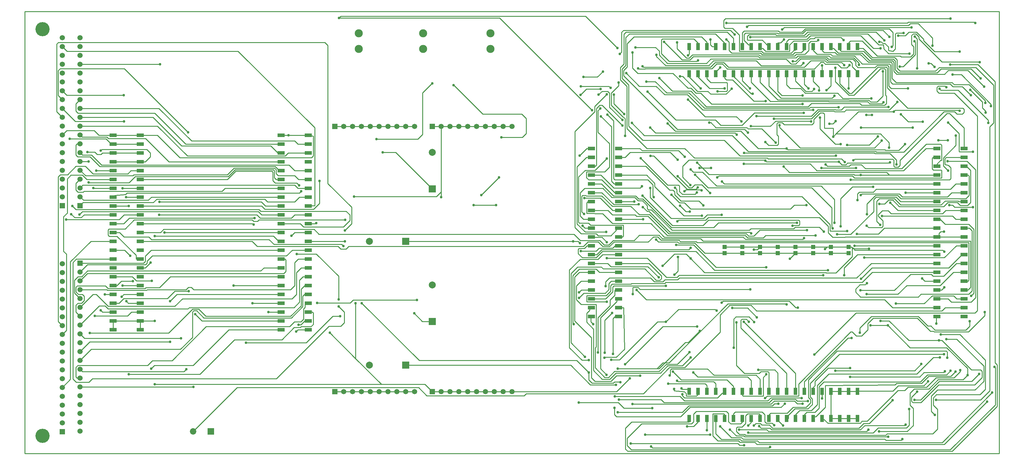
<source format=gbl>
G04 Layer_Physical_Order=2*
G04 Layer_Color=16711680*
%FSLAX25Y25*%
%MOIN*%
G70*
G01*
G75*
%ADD10R,0.05000X0.05000*%
%ADD16R,0.03937X0.07874*%
%ADD17R,0.07874X0.03937*%
%ADD22C,0.01000*%
%ADD23R,0.07874X0.07874*%
%ADD24C,0.07874*%
%ADD25R,0.07874X0.07874*%
%ADD26C,0.07284*%
%ADD27R,0.07284X0.07284*%
%ADD28C,0.16000*%
%ADD29C,0.05906*%
%ADD30R,0.05906X0.05906*%
%ADD31R,0.05906X0.05906*%
%ADD32C,0.09100*%
%ADD33C,0.03000*%
D10*
X830000Y226500D02*
D03*
Y233500D02*
D03*
X930000Y226500D02*
D03*
Y233500D02*
D03*
X890000Y226500D02*
D03*
Y233500D02*
D03*
X870000Y226500D02*
D03*
Y233500D02*
D03*
X850000Y226500D02*
D03*
Y233500D02*
D03*
X810000Y226500D02*
D03*
Y233500D02*
D03*
X790000Y226500D02*
D03*
Y233500D02*
D03*
X910000Y226500D02*
D03*
Y233500D02*
D03*
D16*
X790000Y70354D02*
D03*
X770000D02*
D03*
X760000D02*
D03*
X750000D02*
D03*
X780000D02*
D03*
X830000D02*
D03*
X800000D02*
D03*
X810000D02*
D03*
X820000D02*
D03*
X840000D02*
D03*
X880000D02*
D03*
X850000D02*
D03*
X860000D02*
D03*
X870000D02*
D03*
X890000D02*
D03*
X930000D02*
D03*
X900000D02*
D03*
X910000D02*
D03*
X920000D02*
D03*
X940000D02*
D03*
Y39646D02*
D03*
X920000D02*
D03*
X910000D02*
D03*
X900000D02*
D03*
X930000D02*
D03*
X890000D02*
D03*
X870000D02*
D03*
X860000D02*
D03*
X850000D02*
D03*
X880000D02*
D03*
X840000D02*
D03*
X820000D02*
D03*
X810000D02*
D03*
X800000D02*
D03*
X830000D02*
D03*
X780000D02*
D03*
X750000D02*
D03*
X760000D02*
D03*
X770000D02*
D03*
X790000D02*
D03*
X900000Y429646D02*
D03*
X920000D02*
D03*
X930000D02*
D03*
X940000D02*
D03*
X910000D02*
D03*
X860000D02*
D03*
X890000D02*
D03*
X880000D02*
D03*
X870000D02*
D03*
X850000D02*
D03*
X810000D02*
D03*
X840000D02*
D03*
X830000D02*
D03*
X820000D02*
D03*
X800000D02*
D03*
X760000D02*
D03*
X790000D02*
D03*
X780000D02*
D03*
X770000D02*
D03*
X750000D02*
D03*
Y460354D02*
D03*
X770000D02*
D03*
X780000D02*
D03*
X790000D02*
D03*
X760000D02*
D03*
X800000D02*
D03*
X820000D02*
D03*
X830000D02*
D03*
X840000D02*
D03*
X810000D02*
D03*
X850000D02*
D03*
X870000D02*
D03*
X880000D02*
D03*
X890000D02*
D03*
X860000D02*
D03*
X910000D02*
D03*
X940000D02*
D03*
X930000D02*
D03*
X920000D02*
D03*
X900000D02*
D03*
D17*
X130291Y140000D02*
D03*
Y150000D02*
D03*
X99583Y210000D02*
D03*
Y190000D02*
D03*
Y180000D02*
D03*
Y170000D02*
D03*
Y200000D02*
D03*
Y250000D02*
D03*
Y220000D02*
D03*
Y230000D02*
D03*
Y240000D02*
D03*
Y260000D02*
D03*
Y300000D02*
D03*
Y270000D02*
D03*
Y280000D02*
D03*
Y290000D02*
D03*
Y310000D02*
D03*
Y350000D02*
D03*
Y320000D02*
D03*
Y330000D02*
D03*
Y340000D02*
D03*
Y360000D02*
D03*
X130291D02*
D03*
Y340000D02*
D03*
Y330000D02*
D03*
Y320000D02*
D03*
Y350000D02*
D03*
Y310000D02*
D03*
Y290000D02*
D03*
Y280000D02*
D03*
Y270000D02*
D03*
Y300000D02*
D03*
Y260000D02*
D03*
Y240000D02*
D03*
Y230000D02*
D03*
Y220000D02*
D03*
Y250000D02*
D03*
Y200000D02*
D03*
Y170000D02*
D03*
Y180000D02*
D03*
Y190000D02*
D03*
Y210000D02*
D03*
X289291D02*
D03*
Y190000D02*
D03*
Y180000D02*
D03*
Y170000D02*
D03*
Y200000D02*
D03*
Y250000D02*
D03*
Y220000D02*
D03*
Y230000D02*
D03*
Y240000D02*
D03*
Y260000D02*
D03*
Y300000D02*
D03*
Y270000D02*
D03*
Y280000D02*
D03*
Y290000D02*
D03*
Y310000D02*
D03*
Y350000D02*
D03*
Y320000D02*
D03*
Y330000D02*
D03*
Y340000D02*
D03*
Y360000D02*
D03*
X320000D02*
D03*
Y340000D02*
D03*
Y330000D02*
D03*
Y320000D02*
D03*
Y350000D02*
D03*
Y310000D02*
D03*
Y290000D02*
D03*
Y280000D02*
D03*
Y270000D02*
D03*
Y300000D02*
D03*
Y260000D02*
D03*
Y240000D02*
D03*
Y230000D02*
D03*
Y220000D02*
D03*
Y250000D02*
D03*
Y200000D02*
D03*
Y170000D02*
D03*
Y180000D02*
D03*
Y190000D02*
D03*
Y210000D02*
D03*
X130291Y160000D02*
D03*
X99583Y140000D02*
D03*
Y150000D02*
D03*
Y160000D02*
D03*
X320000D02*
D03*
Y150000D02*
D03*
Y140000D02*
D03*
X289291D02*
D03*
Y150000D02*
D03*
Y160000D02*
D03*
X1060354Y305000D02*
D03*
Y325000D02*
D03*
Y335000D02*
D03*
Y345000D02*
D03*
Y315000D02*
D03*
Y265000D02*
D03*
Y295000D02*
D03*
Y285000D02*
D03*
Y275000D02*
D03*
Y255000D02*
D03*
Y215000D02*
D03*
Y245000D02*
D03*
Y235000D02*
D03*
Y225000D02*
D03*
Y205000D02*
D03*
Y165000D02*
D03*
Y195000D02*
D03*
Y185000D02*
D03*
Y175000D02*
D03*
Y155000D02*
D03*
X1029646D02*
D03*
Y175000D02*
D03*
Y185000D02*
D03*
Y195000D02*
D03*
Y165000D02*
D03*
Y205000D02*
D03*
Y225000D02*
D03*
Y235000D02*
D03*
Y245000D02*
D03*
Y215000D02*
D03*
Y255000D02*
D03*
Y275000D02*
D03*
Y285000D02*
D03*
Y295000D02*
D03*
Y265000D02*
D03*
Y315000D02*
D03*
Y345000D02*
D03*
Y335000D02*
D03*
Y325000D02*
D03*
Y305000D02*
D03*
X639646Y195000D02*
D03*
Y175000D02*
D03*
Y165000D02*
D03*
Y155000D02*
D03*
Y185000D02*
D03*
Y235000D02*
D03*
Y205000D02*
D03*
Y215000D02*
D03*
Y225000D02*
D03*
Y245000D02*
D03*
Y285000D02*
D03*
Y255000D02*
D03*
Y265000D02*
D03*
Y275000D02*
D03*
Y295000D02*
D03*
Y335000D02*
D03*
Y305000D02*
D03*
Y315000D02*
D03*
Y325000D02*
D03*
Y345000D02*
D03*
X670354D02*
D03*
Y325000D02*
D03*
Y315000D02*
D03*
Y305000D02*
D03*
Y335000D02*
D03*
Y295000D02*
D03*
Y275000D02*
D03*
Y265000D02*
D03*
Y255000D02*
D03*
Y285000D02*
D03*
Y245000D02*
D03*
Y225000D02*
D03*
Y215000D02*
D03*
Y205000D02*
D03*
Y235000D02*
D03*
Y185000D02*
D03*
Y155000D02*
D03*
Y165000D02*
D03*
Y175000D02*
D03*
Y195000D02*
D03*
D22*
X773000Y412900D02*
X790100D01*
X791700Y406500D02*
X798000Y412800D01*
X774300Y406500D02*
X791700D01*
X782000Y409700D02*
X792000D01*
X793100Y410800D01*
X760000Y425900D02*
X773000Y412900D01*
X771000Y409800D02*
X774300Y406500D01*
X793100Y410800D02*
Y418900D01*
X338800Y464900D02*
X342000Y461700D01*
Y305400D02*
Y461700D01*
Y305400D02*
X368900Y278500D01*
X484000Y417000D02*
X517000Y384000D01*
X561000D01*
X566000Y379000D01*
Y362000D02*
Y379000D01*
X561800Y357800D02*
X566000Y362000D01*
X538100Y357800D02*
X561800D01*
X449000Y408000D02*
X460000Y419000D01*
X449000Y361000D02*
Y408000D01*
X443800Y355800D02*
X449000Y361000D01*
X397100Y355800D02*
X443800D01*
X316400Y165337D02*
Y170000D01*
X976000Y315000D02*
X1029646D01*
X943516D02*
X976000D01*
X936750D02*
X943516D01*
X765000Y323000D02*
X774500D01*
X761600D02*
X765000D01*
X772200Y315800D01*
X759000Y329000D02*
X765000Y323000D01*
X101300Y290000D02*
Y292000D01*
X915800Y361500D02*
X941036Y386736D01*
X912500Y358200D02*
X915800Y361500D01*
X618900Y240000D02*
X624800D01*
X430091D02*
X618900D01*
X1031900Y245000D02*
X1060354D01*
X1031900D02*
Y248900D01*
X940000Y70700D02*
X980000D01*
X289291Y360000D02*
X297700D01*
X470000Y290000D02*
Y296000D01*
X146500Y78300D02*
X402500D01*
X344300Y136500D02*
X373400Y107400D01*
X1060400Y345000D02*
Y368200D01*
X685100Y35500D02*
X750000D01*
X861900Y39646D02*
Y43200D01*
X890000Y41600D02*
X893017D01*
X900000Y38400D02*
X902340D01*
X787283Y68400D02*
X790000D01*
X742100Y72800D02*
X750000D01*
X668400Y172100D02*
Y175000D01*
X667600Y252500D02*
Y255000D01*
X637700Y162000D02*
Y165000D01*
X638900Y148900D02*
Y155000D01*
X940000Y458400D02*
X946300D01*
X910000D02*
X913017D01*
X850000Y464700D02*
X853400D01*
X837800Y462300D02*
X840000D01*
X830000Y458400D02*
X832900D01*
X816969Y462300D02*
X820000D01*
X727200Y102800D02*
X793800Y169400D01*
X722700Y102800D02*
X745600Y125700D01*
X716000Y96100D02*
X722700Y102800D01*
X727200D01*
X720326D02*
X722700D01*
X713626Y96100D02*
X716000D01*
X669300D02*
X713626D01*
X905500Y233500D02*
X910000D01*
X890000D02*
X905500D01*
X936500Y230000D02*
X1036300D01*
X934100Y232400D02*
X934900Y231600D01*
X933000Y233500D02*
X934100Y232400D01*
X936500Y231600D02*
X952900D01*
X934900D02*
X936500D01*
X1029100Y147100D02*
Y155000D01*
X515300Y292300D02*
X535400Y312400D01*
X950400Y180200D02*
X985700D01*
X995500Y190000D01*
X1033400D01*
X1048400Y205000D01*
X1060354D01*
X1051700Y215000D02*
X1060354D01*
X1037435Y200735D02*
X1051700Y215000D01*
X1025465Y200735D02*
X1037435D01*
X1023400Y202800D02*
X1025465Y200735D01*
X999900Y202800D02*
X1023400D01*
X981800Y184700D02*
X999900Y202800D01*
X943200Y184700D02*
X981800D01*
X136000Y210000D02*
X141900Y215900D01*
X130291Y210000D02*
X136000D01*
X99583Y230000D02*
X112500D01*
X118900Y223600D01*
X110200Y190000D02*
X130291D01*
X126000Y195300D02*
X143200D01*
X121300Y200000D02*
X126000Y195300D01*
X99583Y200000D02*
X121300D01*
X111800Y180000D02*
X130291D01*
X109200Y177400D02*
X111800Y180000D01*
X90375D02*
X99583D01*
X114500Y172200D02*
X116700Y170000D01*
X130291D01*
X62300Y440400D02*
X152500D01*
X169300Y183500D02*
X185000D01*
X161000Y175200D02*
X169300Y183500D01*
X111528Y175200D02*
X161000D01*
X106328Y170000D02*
X111528Y175200D01*
X99583Y170000D02*
X106328D01*
X130291Y330000D02*
X136000D01*
X141700Y335700D01*
Y340000D01*
X137600Y344100D02*
X141700Y340000D01*
X87300Y344100D02*
X137600D01*
X85800Y342600D02*
X87300Y344100D01*
X42300Y410400D02*
X47300Y405400D01*
X111500D01*
X157500Y250000D02*
X289291D01*
X62300Y370400D02*
X149700D01*
X183569Y336531D01*
X293931D01*
X297400Y340000D01*
X320000D01*
X62300Y380400D02*
X144539D01*
X176839Y348100D01*
X277554D01*
X285654Y340000D01*
X289291D01*
X286500Y240000D02*
X289291D01*
X280600Y245900D02*
X286500Y240000D01*
X146600Y245900D02*
X280600D01*
X57000Y375700D02*
X112100D01*
X42300Y390400D02*
X57000Y375700D01*
X289291Y220000D02*
X293800D01*
X294800Y219000D01*
Y206000D02*
Y219000D01*
X292400Y203600D02*
X294800Y206000D01*
X70600Y203600D02*
X292400D01*
X62300Y195300D02*
X70600Y203600D01*
X56000Y181600D02*
X62300Y175300D01*
X56000Y181600D02*
Y196100D01*
X60000Y200100D01*
X64400D01*
X70800Y206500D01*
X266400D01*
X269900Y210000D01*
X289291D01*
X235800Y190000D02*
X289291D01*
X67200Y130400D02*
X176200D01*
X62300Y135300D02*
X67200Y130400D01*
X315700Y180000D02*
X320000D01*
X313700Y178000D02*
X315700Y180000D01*
X313700Y166206D02*
Y178000D01*
X300963Y153469D02*
X313700Y166206D01*
X201931Y153469D02*
X300963D01*
X193900Y161500D02*
X201931Y153469D01*
X190800Y161500D02*
X193900D01*
X189200Y159900D02*
X190800Y161500D01*
X189200Y131338D02*
Y159900D01*
X175762Y117900D02*
X189200Y131338D01*
X74900Y117900D02*
X175762D01*
X62300Y105300D02*
X74900Y117900D01*
X171600Y180000D02*
X289291D01*
X164000Y172400D02*
X171600Y180000D01*
X73200Y126200D02*
X164000D01*
X62300Y115300D02*
X73200Y126200D01*
X62300Y95300D02*
X64944Y92656D01*
X179656D01*
X182300Y95300D01*
X257000Y170000D02*
X289291D01*
X320000Y160000D02*
X324500D01*
X325500Y159000D01*
Y146000D02*
Y159000D01*
X323000Y143500D02*
X325500Y146000D01*
X311935Y143500D02*
X323000D01*
X311130Y142695D02*
X311935Y143500D01*
X304095Y142695D02*
X311130D01*
X290200Y128800D02*
X304095Y142695D01*
X236800Y128800D02*
X290200D01*
X197600Y89600D02*
X236800Y128800D01*
X117200Y89600D02*
X197600D01*
X316000Y150000D02*
X320000D01*
X311700Y145700D02*
X316000Y150000D01*
X309000Y145700D02*
X311700D01*
X192300Y157800D02*
X200100Y150000D01*
X289291D01*
X142500Y95900D02*
X146300Y99700D01*
X189962D01*
X230262Y140000D01*
X289291D01*
X46800Y264500D02*
X106500D01*
X112000Y270000D01*
X130291D01*
X42300Y460400D02*
X47700Y455000D01*
X240800D01*
X327300Y368500D01*
Y280400D02*
Y368500D01*
X320000Y280000D02*
X327300Y280400D01*
X36000Y386700D02*
X42300Y380400D01*
X36000Y386700D02*
Y463100D01*
X37800Y464900D01*
X338800D01*
X368900Y260000D02*
Y278500D01*
X361300Y252400D02*
X368900Y260000D01*
X320000Y240000D02*
X361300D01*
X77400Y300300D02*
X77700Y300000D01*
X99583D01*
X309969Y290000D02*
X320000D01*
X304700Y284731D02*
X309969Y290000D01*
X274000Y284731D02*
X304700D01*
X271068Y287664D02*
X274000Y284731D01*
X148900Y287664D02*
X271068D01*
X145068Y283831D02*
X148900Y287664D01*
X65731Y283831D02*
X145068D01*
X62300Y280400D02*
X65731Y283831D01*
X308900Y310000D02*
X320000D01*
X304700Y314200D02*
X308900Y310000D01*
X286000Y314200D02*
X304700D01*
X283600Y316600D02*
X286000Y314200D01*
X283600Y316600D02*
Y321200D01*
X282000Y322800D02*
X283600Y321200D01*
X236000Y322800D02*
X282000D01*
X228500Y315300D02*
X236000Y322800D01*
X123086Y315300D02*
X228500D01*
X121986Y314200D02*
X123086Y315300D01*
X68500Y314200D02*
X121986D01*
X62300Y320400D02*
X68500Y314200D01*
X308200Y300000D02*
X320000D01*
X304700Y303500D02*
X308200Y300000D01*
X65400Y303500D02*
X304700D01*
X62300Y300400D02*
X65400Y303500D01*
X57700Y305800D02*
X62300Y310400D01*
X57700Y298100D02*
Y305800D01*
Y298100D02*
X60000Y295800D01*
X66100D01*
X66800Y296500D01*
X222500D01*
X226000Y300000D01*
X289291D01*
X267175Y270000D02*
X289291D01*
X263675Y273500D02*
X267175Y270000D01*
X65100Y273500D02*
X263675D01*
X61800Y270200D02*
X65100Y273500D01*
X114200Y290000D02*
X130291D01*
X665000Y395600D02*
Y405900D01*
X744500Y296507D02*
X746200Y298207D01*
X763193D01*
X763900Y297500D01*
X714300Y148900D02*
X723700D01*
X671300Y105900D02*
X714300Y148900D01*
X662000Y105900D02*
X671300D01*
X665000Y395600D02*
X676600Y384000D01*
X706300Y336500D02*
X709906D01*
X747506Y298900D01*
X757500D01*
X759500Y300900D01*
X997900Y127900D02*
X1032000D01*
X975700Y150100D02*
X997900Y127900D01*
X965900Y150100D02*
X975700D01*
X99583Y280000D02*
X117200D01*
X307100Y225800D02*
X329000D01*
X354300Y200500D01*
Y174400D02*
Y200500D01*
X130291Y280000D02*
X267400D01*
X271000Y276400D01*
X325900D01*
X332500Y283000D01*
Y308182D01*
X264200Y264200D02*
X361700D01*
X262600Y262600D02*
X264200Y264200D01*
X258200Y262600D02*
X262600D01*
X256600Y264200D02*
X258200Y262600D01*
X123400Y264200D02*
X256600D01*
X113200Y254000D02*
X123400Y264200D01*
X95100Y254000D02*
X113200D01*
X94100Y253000D02*
X95100Y254000D01*
X94100Y247000D02*
Y253000D01*
Y247000D02*
X95400Y245700D01*
X104000D01*
X125500Y224200D01*
Y220000D02*
Y224200D01*
Y220000D02*
X130291D01*
X257400Y260000D02*
X258400Y259000D01*
X130291Y260000D02*
X257400D01*
X99583Y250000D02*
X107000D01*
X112000Y245000D01*
X140100D01*
X143000Y242100D01*
X275600D01*
X281200Y236500D01*
X357700D01*
X359700Y234500D01*
X99583Y290000D02*
X101300D01*
Y292000D02*
X113800Y293000D01*
X115400Y294600D01*
X310100D01*
X312000Y296500D01*
X659464Y415380D02*
X661282Y413561D01*
X627775Y415380D02*
X659464D01*
X700400Y21300D02*
X773500D01*
X670500Y60984D02*
X718301D01*
X721668Y57617D01*
X840436D01*
X844119Y61300D01*
X870117D01*
X872000Y59417D01*
X883983D01*
X683900Y11400D02*
X804900D01*
X806900Y9400D01*
X811946D01*
X950308Y25108D02*
X952200Y27000D01*
X839300Y25108D02*
X950308D01*
X837508Y26900D02*
X839300Y25108D01*
X806400Y26900D02*
X837508D01*
X815400Y482700D02*
X817000Y484300D01*
X997745D01*
X999589Y486144D01*
X1008496D01*
X1024700Y469940D01*
Y461389D02*
Y469940D01*
X819000Y471000D02*
X819300Y471300D01*
X881860D01*
X885260Y474700D01*
X951499D01*
X964000Y462199D01*
X969392D01*
X969696Y457814D01*
X975098Y452411D01*
X998774D01*
X1004600Y471700D02*
X1007200Y469100D01*
Y435600D02*
Y469100D01*
X978000Y413000D02*
X996900D01*
X975400Y415600D02*
X978000Y413000D01*
X975400Y415600D02*
Y437500D01*
X974000Y438900D02*
X975400Y437500D01*
X962000Y438900D02*
X974000D01*
X959900Y436800D02*
X962000Y438900D01*
X940400Y436800D02*
X959900D01*
X938000Y439200D02*
X940400Y436800D01*
X938000Y439200D02*
Y442900D01*
X935000Y445900D02*
X938000Y442900D01*
X907298Y445900D02*
X935000D01*
X905198Y448000D02*
X907298Y445900D01*
X874551Y448000D02*
X905198D01*
X870151Y443600D02*
X874551Y448000D01*
X867000Y443600D02*
X870151D01*
X759429Y409800D02*
X771000D01*
X742629Y426600D02*
X759429Y409800D01*
X739700Y426600D02*
X742629D01*
X713118Y449085D02*
Y451082D01*
Y449085D02*
X723303Y438900D01*
X772149D01*
X777449Y444200D01*
X825714D01*
X831214Y438700D01*
X876000D01*
X879000Y441700D01*
X915000Y420600D02*
Y436300D01*
Y420600D02*
X930300Y405300D01*
X936000D01*
X966000Y435300D01*
X970500D01*
X971800Y434000D01*
Y405300D02*
Y434000D01*
Y405300D02*
X972800Y404300D01*
Y396000D02*
Y404300D01*
X970700Y393900D02*
X972800Y396000D01*
X944750Y393900D02*
X970700D01*
X942650Y396000D02*
X944750Y393900D01*
X887900Y396000D02*
X942650D01*
X884200Y392300D02*
X887900Y396000D01*
X769413Y392300D02*
X884200D01*
X751813Y409900D02*
X769413Y392300D01*
X731100Y409900D02*
X751813D01*
X716300Y424700D02*
X731100Y409900D01*
X697300Y438000D02*
X698233Y437067D01*
X773916D01*
X779231Y442383D01*
X788900D01*
X794383Y436900D01*
X879900D01*
X887400Y444400D01*
X903290D01*
X905490Y442200D01*
X922197D01*
X925000Y439397D01*
X330000Y170300D02*
X367283D01*
X370724Y173740D01*
X442540D01*
X941036Y386736D02*
X980900D01*
X981891Y387727D01*
Y388300D01*
X1054407D01*
X1055207Y387500D01*
X836043Y352157D02*
X839500Y348700D01*
X849200D01*
X850500Y350000D01*
Y359000D01*
X848900Y360600D02*
X850500Y359000D01*
X848900Y360600D02*
Y373100D01*
X850000Y374200D01*
X855000D01*
X857200Y372000D01*
X888600D01*
X890600Y374000D01*
Y378100D01*
X897900Y385400D01*
X901200D01*
X902600Y384000D01*
Y368100D02*
Y384000D01*
Y368100D02*
X912500D01*
Y358200D02*
Y368100D01*
X1004200Y466200D02*
X1005300Y465100D01*
Y451300D02*
Y465100D01*
X991800Y437800D02*
X1005300Y451300D01*
X987600Y437800D02*
X991800D01*
X954700Y145100D02*
X974000D01*
X915800Y361500D02*
X966000D01*
X975800Y351700D01*
Y346000D02*
Y351700D01*
X1034000Y251000D02*
X1037500D01*
X1031900Y248900D02*
X1034000Y251000D01*
X1029646Y245000D02*
X1031900D01*
X550000Y70000D02*
X668000D01*
X683000Y85000D01*
X768522Y263816D02*
X771606Y266900D01*
X897000D01*
X907000Y256900D01*
Y249800D02*
X912000Y244800D01*
X925900D01*
X926100Y245000D01*
X130291Y360000D02*
X149513D01*
X174813Y334700D01*
X323700D01*
X325500Y336500D01*
Y359000D01*
X320000Y360000D02*
X325500Y359000D01*
X451700Y78300D02*
X460000Y70000D01*
X373400Y107400D02*
Y170100D01*
Y107400D02*
X402500Y78300D01*
X451700D01*
X967600Y268700D02*
X1047400D01*
X1051100Y265000D01*
X1060354D01*
X1054436Y285000D02*
X1060354D01*
X1053636Y285800D02*
X1054436Y285000D01*
X1038857Y285800D02*
X1053636D01*
X1034457Y281400D02*
X1038857Y285800D01*
X988700Y281400D02*
X1034457D01*
X981800Y288300D02*
X988700Y281400D01*
X964498Y288300D02*
X981800D01*
X961500Y285302D02*
X964498Y288300D01*
X961500Y262800D02*
Y285302D01*
Y262800D02*
X965600Y258700D01*
X1046200Y295000D02*
X1060354D01*
X1041500Y290300D02*
X1046200Y295000D01*
X990645Y290300D02*
X1041500D01*
X987145Y293800D02*
X990645Y290300D01*
X945063Y293800D02*
X987145D01*
X943563Y292300D02*
X945063Y293800D01*
X939882Y286618D02*
Y293663D01*
X942000Y295782D01*
X957947D01*
X961065Y298900D01*
X1045028D01*
X1051128Y305000D01*
X1060354D01*
Y325000D02*
X1063100D01*
X1067700Y320400D01*
Y284100D02*
Y320400D01*
X1064300Y280700D02*
X1067700Y284100D01*
X1055904Y280700D02*
X1064300D01*
X1052636Y283969D02*
X1055904Y280700D01*
X1042000Y283969D02*
X1052636D01*
X1037431Y279400D02*
X1042000Y283969D01*
X987100Y279400D02*
X1037431D01*
X980000Y286500D02*
X987100Y279400D01*
X974900Y286500D02*
X980000D01*
X970800Y282400D02*
X974900Y286500D01*
X964600Y282400D02*
X970800D01*
X1040150Y335000D02*
X1060354D01*
X1038700Y333550D02*
X1040150Y335000D01*
X1038700Y327000D02*
Y333550D01*
Y327000D02*
X1042700Y326000D01*
X1045300Y323400D01*
Y311000D02*
Y323400D01*
X1043950Y309650D02*
X1045300Y311000D01*
X932450Y309650D02*
X1043950D01*
X780000Y22300D02*
Y39646D01*
Y22300D02*
X786200Y16100D01*
X807400D01*
X809200Y14300D01*
X827200D01*
X829100Y12400D01*
X1035500D01*
X1091988Y68888D01*
X1090600Y393100D02*
Y395100D01*
X1057200Y428500D02*
X1090600Y395100D01*
X1047400Y428500D02*
X1057200D01*
X790000Y39646D02*
Y44100D01*
X789000Y45100D02*
X790000Y44100D01*
X776500Y45100D02*
X789000D01*
X776500Y20000D02*
Y45100D01*
Y20000D02*
X782200Y14300D01*
X805600D01*
X807400Y12500D01*
X824200D01*
X826300Y10400D01*
X1038000D01*
X1086200Y58600D01*
X1087700Y374000D02*
Y377000D01*
X1053700Y411000D02*
X1087700Y377000D01*
X1034100Y411000D02*
X1053700D01*
X1032600Y412500D02*
X1034100Y411000D01*
X810000Y35600D02*
Y39646D01*
X807900Y33500D02*
X810000Y35600D01*
X796900Y33500D02*
X807900D01*
X794400Y36000D02*
X796900Y33500D01*
X794400Y36000D02*
Y45200D01*
X792000Y47600D02*
X794400Y45200D01*
X758000Y47600D02*
X792000D01*
X755000Y44600D02*
X758000Y47600D01*
X755000Y36000D02*
Y44600D01*
X752600Y33600D02*
X755000Y36000D01*
X696400Y33600D02*
X752600D01*
X680000Y17200D02*
X696400Y33600D01*
X680000Y9100D02*
Y17200D01*
Y9100D02*
X684700Y4400D01*
X1044800D01*
X1095500Y55100D01*
Y97200D01*
X1094700Y98000D02*
X1095500Y97200D01*
X820000Y35200D02*
Y39646D01*
X816600Y31800D02*
X820000Y35200D01*
X835600Y62500D02*
X838017Y64917D01*
X873500D01*
Y78700D01*
X932300Y137500D01*
X934000D01*
X938500Y133000D01*
X944700D01*
X951600Y139900D01*
Y146900D01*
X957800Y153100D01*
X1007700D01*
X1022400Y138400D01*
X1025800D01*
X1026700Y137500D01*
X1065400D01*
X1083800Y155900D01*
Y159900D01*
X1084700Y385700D02*
Y387300D01*
X1081100Y390900D02*
X1084700Y387300D01*
X1081100Y390900D02*
Y397600D01*
X1067400Y411300D02*
X1081100Y397600D01*
X840000Y39646D02*
Y43800D01*
X842000Y45800D01*
X860800D01*
X867400Y52400D01*
X881983D01*
X886983Y57400D01*
Y61000D01*
X884600Y63383D02*
X886983Y61000D01*
X884600Y63383D02*
Y83400D01*
X917100Y115900D01*
X1040262D01*
X1041400Y114762D01*
Y108400D02*
Y114762D01*
X1038800Y93000D02*
Y93100D01*
X1037400Y91600D02*
X1038800Y93000D01*
X1015130Y91600D02*
X1037400D01*
X1010330Y86800D02*
X1015130Y91600D01*
X931500Y86800D02*
X1010330D01*
X850000Y37700D02*
X855900Y31800D01*
X850000Y37700D02*
Y39646D01*
X860000D02*
X861900D01*
Y43200D02*
X869200Y50500D01*
X884000D01*
X888900Y55400D01*
Y61628D01*
X886500Y64028D02*
X888900Y61628D01*
X886500Y64028D02*
Y79350D01*
X919550Y112400D01*
X1037570D01*
X1025600Y108600D02*
X1033100D01*
X1007000Y90000D02*
X1025600Y108600D01*
X907561Y90000D02*
X1007000D01*
X894600Y77039D02*
X907561Y90000D01*
X894600Y55300D02*
Y77039D01*
X887900Y48600D02*
X894600Y55300D01*
X874600Y48600D02*
X887900D01*
X870000Y44000D02*
X874600Y48600D01*
X870000Y39646D02*
Y44000D01*
X1040494Y89100D02*
X1045049Y93655D01*
X1019119Y89100D02*
X1040494D01*
X1011119Y81100D02*
X1019119Y89100D01*
X901831Y81100D02*
X1011119D01*
X896500Y75769D02*
X901831Y81100D01*
X896500Y51383D02*
Y75769D01*
X891917Y46800D02*
X896500Y51383D01*
X882700Y46800D02*
X891917D01*
X880000Y44100D02*
X882700Y46800D01*
X880000Y39646D02*
Y44100D01*
X890000Y39646D02*
Y41600D01*
X893017D02*
X903600Y52183D01*
Y76869D01*
X982421Y77600D01*
X984121Y79300D01*
X1012277D01*
X1020277Y87300D01*
X1045148D01*
X1050648Y92800D01*
X900000Y38400D02*
Y39646D01*
X902340Y38400D02*
X906531Y34208D01*
X943469D01*
X945000Y36800D01*
X951000D01*
X985622Y71422D01*
X993472D01*
X996950Y74900D01*
X1018017D01*
X1028617Y85500D01*
X1048843D01*
X1056000Y92657D01*
Y94200D01*
X900000Y62400D02*
Y70354D01*
X911000Y255800D02*
X912000Y254800D01*
X911000Y255800D02*
Y277973D01*
X888373Y300600D02*
X911000Y277973D01*
X771200Y300600D02*
X888373D01*
X756500Y315300D02*
X771200Y300600D01*
X890000Y70354D02*
Y74900D01*
X891900Y76800D01*
Y81600D01*
X907000Y96700D01*
X931700D01*
X909200Y251600D02*
X928300D01*
X909000Y251800D02*
X909200Y251600D01*
X909000Y251800D02*
Y259000D01*
X877442Y290558D02*
X909000Y259000D01*
X740042Y290558D02*
X877442D01*
X736000Y294600D02*
X740042Y290558D01*
X736000Y294600D02*
Y298600D01*
X734000Y300600D02*
X736000Y298600D01*
X811500Y149000D02*
X870000Y90500D01*
Y70354D02*
Y90500D01*
X860000Y70354D02*
Y90500D01*
X808400Y142100D02*
X860000Y90500D01*
X808400Y142100D02*
Y150900D01*
X809500Y152000D01*
X814500D01*
X817400Y149100D01*
X746200Y273700D02*
X750700D01*
X739600Y280300D02*
X746200Y273700D01*
X850000Y70354D02*
Y91000D01*
X846500Y94500D02*
X850000Y91000D01*
X828100Y94500D02*
X846500D01*
X764400Y304100D02*
X773700Y294800D01*
X756300Y304100D02*
X764400D01*
X753000Y300800D02*
X756300Y304100D01*
X749961Y300800D02*
X753000D01*
X737100Y313661D02*
X749961Y300800D01*
X840000Y70354D02*
Y80500D01*
X840100Y80600D01*
Y91400D01*
X839000Y92500D02*
X840100Y91400D01*
X830900Y92500D02*
X839000D01*
X829000Y90600D02*
X830900Y92500D01*
X812400Y90600D02*
X829000D01*
X803300Y99700D02*
X812400Y90600D01*
X803300Y99700D02*
Y148400D01*
X728000Y88300D02*
X728700Y89000D01*
Y94300D01*
X730000Y95600D01*
X770800D01*
X777900Y88500D01*
X825500D01*
X830000Y84000D01*
Y70354D02*
Y84000D01*
X800000Y70354D02*
Y76100D01*
X792800Y83300D02*
X800000Y76100D01*
X741100Y83300D02*
X792800D01*
X731800Y92600D02*
X741100Y83300D01*
X790000Y68400D02*
Y70354D01*
X781983Y63100D02*
X787283Y68400D01*
X744749Y63100D02*
X781983D01*
X742450Y65399D02*
X744749Y63100D01*
X742450Y65399D02*
Y67050D01*
X736200Y82300D02*
X737300Y81200D01*
X777800D01*
X780000Y79000D01*
Y70354D02*
Y79000D01*
X726386D02*
X768000D01*
X770000Y77000D01*
Y70354D02*
Y77000D01*
X737200Y206200D02*
Y222400D01*
X733200Y202200D02*
X737200Y206200D01*
X733000Y71100D02*
Y73100D01*
Y71100D02*
X744431Y70100D01*
X746531Y68000D01*
Y64917D02*
Y68000D01*
Y64917D02*
X758117D01*
X760000Y66800D01*
Y70354D01*
X741200Y73700D02*
X742100Y72800D01*
X750000Y70354D02*
Y72800D01*
X670354Y165000D02*
X675900D01*
X676900Y118100D01*
X667700Y108900D02*
X676900Y118100D01*
X655100Y108900D02*
X667700D01*
X654400Y108200D02*
X655100Y108900D01*
X618800Y147200D02*
X619700Y146300D01*
X618800Y147200D02*
Y201400D01*
X626000Y208600D01*
X645000D01*
X648600Y205000D01*
X670354D01*
X667600Y255000D02*
X670354D01*
X661500Y246400D02*
X667600Y252500D01*
X647200Y246400D02*
X661500D01*
X645000Y248600D02*
X647200Y246400D01*
X628026Y248600D02*
X645000D01*
X621100Y255526D02*
X628026Y248600D01*
X621100Y255526D02*
Y364300D01*
X643400Y386600D01*
Y392600D01*
X657100Y406300D01*
X670354Y285000D02*
X688000D01*
X660100Y391700D02*
X674600Y377200D01*
X660100Y391700D02*
Y407600D01*
X658000Y409700D02*
X660100Y407600D01*
X651500Y409700D02*
X658000D01*
X647700Y405900D02*
X651500Y409700D01*
X665200Y305000D02*
X670354D01*
X662200Y308000D02*
X665200Y305000D01*
X662200Y308000D02*
Y369500D01*
X650400Y381300D02*
X662200Y369500D01*
X670354Y325000D02*
X701100D01*
X728052Y298048D01*
X731539D01*
X733587Y296000D01*
Y292513D02*
Y296000D01*
Y292513D02*
X740600Y285500D01*
X761100D01*
X766000Y280600D01*
X738100Y342500D02*
X745100Y335500D01*
X696900Y342500D02*
X738100D01*
X694400Y345000D02*
X696900Y342500D01*
X670354Y345000D02*
X694400D01*
X816000Y164500D02*
X826400Y154100D01*
X798600Y164500D02*
X816000D01*
X756507Y293207D02*
X758500Y295200D01*
X742193Y293207D02*
X756507D01*
X739000Y296400D02*
X742193Y293207D01*
X739000Y296400D02*
Y302600D01*
X738000Y303600D02*
X739000Y302600D01*
X725800Y303600D02*
X738000D01*
X695400Y334000D02*
X725800Y303600D01*
X651500Y394000D02*
X674600Y370900D01*
X648900Y394000D02*
X651500D01*
X645200Y390300D02*
X648900Y394000D01*
X645200Y326200D02*
Y390300D01*
X644000Y325000D02*
X645200Y326200D01*
X639646Y325000D02*
X644000D01*
X639646Y315000D02*
X650300D01*
X664900Y300400D01*
X694700D01*
X696700Y302400D01*
X697800Y278700D02*
X702518Y273982D01*
X704518D01*
X728200Y250300D01*
X818700D01*
X820100Y248900D01*
X639646Y305000D02*
X651100D01*
X664700Y291400D01*
X689634D01*
X692905Y288128D01*
X697672D01*
X730060Y255740D01*
X777640D01*
X782900Y261000D01*
X871800D01*
X639646Y295000D02*
X651449D01*
X664949Y281500D01*
X692400D01*
X692900Y282000D01*
X697400Y291700D02*
X731100Y258000D01*
X765500D01*
X771500Y264000D01*
X873800D01*
X874800Y263000D01*
Y259000D02*
Y263000D01*
X873700Y257900D02*
X874800Y259000D01*
X867200Y257900D02*
X873700D01*
X866800Y257500D02*
X867200Y257900D01*
X635600Y285000D02*
X639646D01*
X634200Y283600D02*
X635600Y285000D01*
X634200Y271500D02*
Y283600D01*
Y271500D02*
X652200Y271400D01*
X663300Y260300D01*
X706500D01*
X722000Y244800D01*
X811000D01*
X813600Y242200D01*
X878200D01*
X879500Y243500D01*
X738637Y201600D02*
X901400D01*
X736200Y199163D02*
X738637Y201600D01*
X724461Y199163D02*
X736200D01*
X702524Y221100D02*
X724461Y199163D01*
X657100Y221100D02*
X702524D01*
X651500Y244600D02*
X657100Y239000D01*
X645515Y244600D02*
X651500D01*
X639646Y245000D02*
X645515Y244600D01*
X749700Y230600D02*
X751700Y232600D01*
X651200Y230600D02*
X749700D01*
X645600Y225000D02*
X651200Y230600D01*
X639646Y225000D02*
X645600D01*
X667900Y88000D02*
X694800D01*
X661657Y81757D02*
X667900Y88000D01*
X643643Y81757D02*
X661657D01*
X639600Y85800D02*
X643643Y81757D01*
X639600Y85800D02*
Y131000D01*
X620700Y149900D02*
X639600Y131000D01*
X620700Y149900D02*
Y199700D01*
X626000Y205000D01*
X639646D01*
X736500Y101000D02*
X750200Y114700D01*
X724200Y101000D02*
X736500D01*
X716100Y92900D02*
X724200Y101000D01*
X665800Y92900D02*
X716100D01*
X658900Y86000D02*
X665800Y92900D01*
X654800Y86000D02*
X658900D01*
X643900Y96900D02*
X654800Y86000D01*
X643900Y96900D02*
Y119500D01*
X645100Y120700D01*
Y168500D01*
X628100D02*
X645100D01*
X622500Y174100D02*
X628100Y168500D01*
X622500Y174100D02*
Y189500D01*
X628000Y195000D01*
X639646D01*
X723731Y189800D02*
X723800Y189731D01*
X686069Y189800D02*
X723731D01*
X685969Y189700D02*
X686069Y189800D01*
X664969Y189700D02*
X685969D01*
X663493Y188225D02*
X664969Y189700D01*
X663493Y182993D02*
Y188225D01*
X655500Y175000D02*
X663493Y182993D01*
X639646Y175000D02*
X655500D01*
X637700Y165000D02*
X639646D01*
X634200Y158500D02*
X637700Y162000D01*
X634200Y148500D02*
Y158500D01*
Y148500D02*
X641900Y140800D01*
Y93900D02*
Y140800D01*
Y93900D02*
X651800Y84000D01*
X660300D01*
X667300Y91000D01*
X717600D01*
X725800Y99200D01*
X742200D01*
X751600Y108600D01*
X1028800Y60800D02*
X1079100D01*
X1089300Y71000D01*
Y369587D01*
X1093600Y373887D01*
Y416800D01*
X1073600Y436800D02*
X1093600Y416800D01*
X1032400Y436800D02*
X1073600D01*
X1028100Y432500D02*
X1032400Y436800D01*
X988100Y432500D02*
X1028100D01*
X984500Y436100D02*
X988100Y432500D01*
X984500Y436100D02*
Y445400D01*
X982000Y447900D02*
X984500Y445400D01*
X956800Y447900D02*
X982000D01*
X946300Y458400D02*
X956800Y447900D01*
X940000Y458400D02*
Y460354D01*
X930000D02*
Y464700D01*
X932000Y466700D01*
X945200D01*
X962200Y449700D01*
X988200D01*
X989300Y448600D01*
X1000000D01*
X1003400Y452000D01*
Y460300D01*
X1001100Y462600D02*
X1003400Y460300D01*
X1001100Y462600D02*
Y472900D01*
X1002900Y474700D01*
X1006000D01*
X1009235Y471465D01*
Y469129D02*
Y471465D01*
Y469129D02*
X1035464Y442900D01*
X1077500D01*
X1077900Y442500D01*
X1068322Y435000D02*
X1078900Y424422D01*
X1034200Y435000D02*
X1068322D01*
X1029900Y430700D02*
X1034200Y435000D01*
X986100Y430700D02*
X1029900D01*
X982700Y434100D02*
X986100Y430700D01*
X982700Y434100D02*
Y444100D01*
X980700Y446100D02*
X982700Y444100D01*
X955840Y446100D02*
X980700D01*
X947040Y454900D02*
X955840Y446100D01*
X921805Y454900D02*
X947040D01*
X920000Y456705D02*
X921805Y454900D01*
X920000Y456705D02*
Y460354D01*
X910000Y458400D02*
Y460354D01*
X913017Y458400D02*
X918317Y453100D01*
X944909D01*
X953709Y444300D01*
X979200D01*
X980900Y442600D01*
Y432300D02*
Y442600D01*
Y432300D02*
X984300Y428900D01*
X1038166D01*
X1042466Y433200D01*
X1064800D01*
X1083000Y415000D01*
X958100Y458300D02*
X966100D01*
X943800Y472600D02*
X958100Y458300D01*
X886815Y472600D02*
X943800D01*
X882915Y468700D02*
X886815Y472600D01*
X862800Y468700D02*
X882915D01*
X860000Y465900D02*
X862800Y468700D01*
X860000Y460354D02*
Y465900D01*
X840000Y460354D02*
Y462300D01*
X832508Y467592D02*
X837800Y462300D01*
X816000Y467592D02*
X832508D01*
X815600Y467992D02*
X816000Y467592D01*
X815600Y467992D02*
Y472000D01*
X817600Y474000D01*
X847500D01*
X848400Y473100D01*
X879961D01*
X883561Y476700D01*
X960872D01*
X970247Y467325D01*
X812800Y366500D02*
X816200Y363100D01*
X736676Y366500D02*
X812800D01*
X676000Y427176D02*
X736676Y366500D01*
X676000Y427176D02*
Y433200D01*
X680100Y437300D01*
Y463500D01*
X687800Y471200D01*
X764000D01*
X770000Y465200D01*
Y460354D02*
Y465200D01*
X750000Y451900D02*
Y460354D01*
X748500Y450400D02*
X750000Y451900D01*
X748500Y400361D02*
X767861Y381000D01*
X803433D01*
X808833Y375600D01*
X750000Y425900D02*
Y429646D01*
Y425900D02*
X763000Y412900D01*
X760000Y425900D02*
Y429646D01*
X780000Y431600D02*
X785000Y436600D01*
X780000Y429646D02*
Y431600D01*
X790000Y424700D02*
Y429646D01*
Y424700D02*
X792000Y422700D01*
X798895D01*
X823095Y398500D01*
X836200D01*
X845800Y378800D02*
X888000D01*
X896500Y387300D01*
X913600D01*
X914100Y386800D01*
X925300D01*
X927100Y388600D01*
X975968D01*
X985100Y397732D01*
X800000Y426732D02*
Y429646D01*
Y426732D02*
X819832Y406900D01*
X821500D01*
X852000Y369000D02*
Y371200D01*
Y369000D02*
X875200Y345800D01*
X959200D01*
X967300Y353900D01*
X924900Y392100D02*
X975100D01*
X921500Y388700D02*
X924900Y392100D01*
X915500Y388700D02*
X921500D01*
X915100Y389100D02*
X915500Y388700D01*
X895400Y389100D02*
X915100D01*
X888100Y381800D02*
X895400Y389100D01*
X825900Y381800D02*
X888100D01*
X810000Y421500D02*
X818500Y413000D01*
X810000Y421500D02*
Y429646D01*
X967700Y395700D02*
X969300Y397300D01*
X953800Y395700D02*
X967700D01*
X951668Y397832D02*
X953800Y395700D01*
X907668Y397832D02*
X951668D01*
X907200Y398300D02*
X907668Y397832D01*
X841700Y398300D02*
X907200D01*
X820000Y420000D02*
X841700Y398300D01*
X820000Y420000D02*
Y429646D01*
X830000Y420000D02*
Y429646D01*
Y420000D02*
X849900Y400100D01*
X909000D01*
X952700Y399700D01*
X954900Y397500D01*
X962000D01*
X968800Y404300D01*
Y432300D01*
X860000Y416900D02*
Y429646D01*
Y416900D02*
X864000Y412900D01*
X875900D01*
X881100Y407700D01*
X917500D01*
X923400Y401800D01*
X955800D01*
X964800Y465800D02*
X966800D01*
X968500Y464100D01*
X970753D01*
X975000Y459853D01*
Y455900D02*
Y459853D01*
Y455900D02*
X980000Y454900D01*
X982800Y457700D01*
Y474500D01*
X984000Y475700D01*
X992000D01*
X703000Y409200D02*
X735000Y377200D01*
X779500D01*
X785500Y371200D01*
X809673D01*
X823773Y385300D01*
X879200D01*
X888600Y409800D02*
X891000Y412200D01*
X881658Y409800D02*
X888600D01*
X870000Y421458D02*
X881658Y409800D01*
X870000Y421458D02*
Y429646D01*
X890000Y421100D02*
Y429646D01*
Y421100D02*
X896700Y414400D01*
Y410700D02*
Y414400D01*
X887100Y376100D02*
X887600Y375600D01*
X847700Y376100D02*
X887100D01*
X841800Y370200D02*
X847700Y376100D01*
X819600Y370200D02*
X841800D01*
X802000Y362600D02*
X803800Y360800D01*
X712000Y362600D02*
X802000D01*
X706100Y368500D02*
X712000Y362600D01*
X685900Y436000D02*
Y453700D01*
Y436000D02*
X692000Y429900D01*
X731800D01*
X748500Y413200D01*
X752113D01*
X757513Y407800D01*
X762954D01*
X775454Y395300D01*
X878000D01*
X904900Y411000D02*
X910000Y416100D01*
Y429646D01*
X685200Y374000D02*
X699403Y359797D01*
X798803D01*
X816800Y341800D01*
X960665D01*
X961365Y341100D01*
X992218D01*
X1037611Y386493D01*
X1049707D01*
X1052300Y383900D01*
X1058200D01*
X1060150Y385850D01*
Y389350D01*
X1059000Y390500D02*
X1060150Y389350D01*
X996700Y390500D02*
X1059000D01*
X973600Y413600D02*
X996700Y390500D01*
X973600Y413600D02*
Y436000D01*
X972500Y437100D02*
X973600Y436000D01*
X963000Y437100D02*
X972500D01*
X933300Y407400D02*
X963000Y437100D01*
X931000Y407400D02*
X933300D01*
X920000Y418400D02*
X931000Y407400D01*
X920000Y418400D02*
Y429646D01*
X701700Y420800D02*
X711700D01*
X724500Y408000D01*
X749751D01*
X767251Y390500D01*
X885800D01*
X887000Y391700D01*
X918500D01*
X930000Y413000D02*
Y429646D01*
X689300Y459400D02*
X712000D01*
X716200Y455200D01*
Y450500D02*
Y455200D01*
Y450500D02*
X725300Y441400D01*
X769500D01*
X774300Y446200D01*
X827249D01*
X827549Y445900D01*
X859700D01*
X865000Y440600D01*
X870200D01*
X875800Y446200D01*
X904453D01*
X906553Y444100D01*
X931200D01*
X934000Y441300D01*
Y437600D02*
Y441300D01*
Y437600D02*
X940000Y431600D01*
Y429646D02*
Y431600D01*
X670300Y416000D02*
Y419600D01*
X661900Y407600D02*
X670300Y416000D01*
X661900Y394100D02*
Y407600D01*
Y394100D02*
X675400Y380600D01*
X677600Y379000D01*
Y359200D02*
Y379000D01*
X713626Y96100D02*
X720326Y102800D01*
X793800Y169400D02*
X859000D01*
X859900Y168500D01*
X712500Y242000D02*
X715200Y239300D01*
X736800D01*
X738200Y237900D01*
X756200D01*
X767600Y226500D01*
X790000D01*
X725600Y373200D02*
X734200Y364600D01*
X808400D01*
X828100Y344900D01*
X860000D01*
X944000Y368500D02*
X1002400D01*
X986800Y343000D02*
X993800Y350000D01*
X971600Y343000D02*
X986800D01*
X970900Y343700D02*
X971600Y343000D01*
X861200Y343700D02*
X970900D01*
X860000Y344900D02*
X861200Y343700D01*
X1060354Y185000D02*
X1064600D01*
X1067600Y188000D01*
Y240400D01*
X765500D02*
X1067600D01*
X762900Y243000D02*
X765500Y240400D01*
X719800Y243000D02*
X762900D01*
X715900Y246900D02*
X719800Y243000D01*
X693700Y246900D02*
X715900D01*
X687900Y241100D02*
X693700Y246900D01*
X664454Y241100D02*
X687900D01*
X659354Y236000D02*
X664454Y241100D01*
X654100Y236000D02*
X659354D01*
X649000Y241100D02*
X654100Y236000D01*
X627100Y241100D02*
X649000D01*
X620100Y248100D02*
X627100Y241100D01*
X332000Y248100D02*
X620100D01*
X326600Y253500D02*
X332000Y248100D01*
X156700Y253500D02*
X326600D01*
X153200Y250000D02*
X156700Y253500D01*
X130291Y250000D02*
X153200D01*
X118100Y266400D02*
X259200D01*
X111700Y260000D02*
X118100Y266400D01*
X99583Y260000D02*
X111700D01*
X1029646Y265000D02*
X1033300D01*
X1038900Y259400D01*
X1065600D01*
X1071300Y253700D01*
Y181300D02*
Y253700D01*
X1068200Y178200D02*
X1071300Y181300D01*
X1066600Y144000D02*
Y149687D01*
X1062300Y139700D02*
X1066600Y144000D01*
X1027326Y139700D02*
X1062300D01*
X1022849Y144176D02*
X1027326Y139700D01*
X1019424Y144176D02*
X1022849D01*
X1008600Y155000D02*
X1019424Y144176D01*
X955638Y155000D02*
X1008600D01*
X942500Y141862D02*
X955638Y155000D01*
X942500Y136600D02*
Y141862D01*
X506800Y281100D02*
X531900D01*
X985900Y472700D02*
X994000D01*
X997900Y476600D01*
X1006646D01*
X1014500Y468746D01*
Y467000D02*
Y468746D01*
Y467000D02*
X1026900Y454600D01*
X1055207D01*
X930000Y233500D02*
X933000D01*
X936500Y231600D01*
Y230000D02*
Y231600D01*
X1036300Y230000D02*
X1037900Y228400D01*
X1023300Y47500D02*
X1027300Y43500D01*
X1023300Y47500D02*
Y64962D01*
X1030438Y72100D01*
X1072800D01*
X1082500Y81800D01*
Y98900D01*
X1052100Y129300D02*
X1082500Y98900D01*
X1040200Y129300D02*
X1052100D01*
X354700Y492700D02*
X535900D01*
X640400Y388200D01*
X823100Y230500D02*
X827000D01*
X830000Y233500D01*
X249700Y125200D02*
X317600D01*
X347700Y155300D01*
X356100D01*
X1016000Y195000D02*
X1029646D01*
X1013000Y198000D02*
X1016000Y195000D01*
X1004500Y93600D02*
X1012100Y101200D01*
X915000Y93600D02*
X1004500D01*
X979598Y165000D02*
X1029646D01*
X970548Y174050D02*
X979598Y165000D01*
X701750Y174050D02*
X970548D01*
X690800Y185000D02*
X701750Y174050D01*
X787000Y307700D02*
X789700Y305000D01*
X1029646D01*
X925000Y201582D02*
Y210000D01*
X940000Y225000D01*
X1029646D01*
X1017200Y345000D02*
X1029646D01*
X992100Y319900D02*
X1017200Y345000D01*
X894100Y319900D02*
X992100D01*
X886500Y327500D02*
X894100Y319900D01*
X811609Y327500D02*
X886500D01*
X655700Y189300D02*
Y194200D01*
X660100Y198600D01*
X706246D01*
X710546Y194300D01*
X720449D01*
X722649Y196500D01*
X737137D01*
X739137Y198500D01*
X939000D01*
X955500Y215000D01*
X1029646D01*
X1034900Y185000D02*
X1037900Y188000D01*
X1029646Y185000D02*
X1034900D01*
X939300Y248200D02*
X963600D01*
X970400Y255000D01*
X1029646D01*
Y325000D02*
Y327446D01*
X1033700Y331500D01*
X1035100D01*
Y348800D01*
X1034000Y349900D02*
X1035100Y348800D01*
X1017800Y349900D02*
X1034000D01*
X990100Y322200D02*
X1017800Y349900D01*
X948900Y322200D02*
X990100D01*
X944400Y326700D02*
X948900Y322200D01*
X932400Y326700D02*
X944400D01*
X930600Y324900D02*
X932400Y326700D01*
X906100Y324900D02*
X930600D01*
X904100Y326900D02*
X906100Y324900D01*
X868700Y281100D02*
X882400D01*
X864300Y276700D02*
X868700Y281100D01*
X751575Y276700D02*
X864300D01*
X744675Y283600D02*
X751575Y276700D01*
X739100Y283600D02*
X744675D01*
X730000Y292700D02*
X739100Y283600D01*
X956700Y205000D02*
X1029646D01*
X945400Y193700D02*
X956700Y205000D01*
X723567Y193700D02*
X945400D01*
X722300Y192433D02*
X723567Y193700D01*
X685101Y192433D02*
X722300D01*
X684200Y191531D02*
X685101Y192433D01*
X663131Y191531D02*
X684200D01*
X661455Y189855D02*
X663131Y191531D01*
X661455Y183608D02*
Y189855D01*
X656346Y178500D02*
X661455Y183608D01*
X634200Y178500D02*
X656346D01*
X634200Y171500D02*
Y178500D01*
Y171500D02*
X657100D01*
X1029646Y175000D02*
X1042300D01*
X1045900Y171400D01*
X1068400D01*
X1073400Y176400D01*
Y321100D01*
X1063800Y330700D02*
X1073400Y321100D01*
X1041700Y330700D02*
X1063800D01*
X985500Y275000D02*
X1029646D01*
X977000Y283500D02*
X985500Y275000D01*
X1029100Y155000D02*
X1029646D01*
X1038900Y165000D02*
X1060354D01*
X1035200Y161300D02*
X1038900Y165000D01*
X826100Y161300D02*
X1035200D01*
X819900Y167500D02*
X826100Y161300D01*
X795600Y167500D02*
X819900D01*
X784900Y156800D02*
X795600Y167500D01*
X784900Y137400D02*
Y156800D01*
X744900Y97400D02*
X784900Y137400D01*
X727800Y97400D02*
X744900D01*
X698200Y67800D02*
X727800Y97400D01*
X566000Y67800D02*
X698200D01*
X563600Y65400D02*
X566000Y67800D01*
X453600Y65400D02*
X563600D01*
X444500Y74500D02*
X453600Y65400D01*
X239500Y74500D02*
X444500D01*
X190000Y25000D02*
X239500Y74500D01*
X42300Y74800D02*
X51400Y83900D01*
Y216906D01*
X74494Y240000D01*
X99583D01*
X87800Y160000D02*
X99583D01*
X85800Y162000D02*
X87800Y160000D01*
X120200D02*
X130291D01*
X115900Y155700D02*
X120200Y160000D01*
X78836Y155700D02*
X115900D01*
X99583Y190000D02*
X104000D01*
X108900Y194900D01*
X122000D01*
X99583Y340000D02*
X130291D01*
X87600D02*
X99583D01*
X85983Y338383D02*
X87600Y340000D01*
X81600Y338383D02*
X85983D01*
X79083Y340900D02*
X81600Y338383D01*
X70600Y340900D02*
X79083D01*
X99583Y350000D02*
X130291D01*
X50500Y355900D02*
X91700D01*
X97600Y350000D01*
X99583D01*
X69900Y310000D02*
X99583D01*
X64900Y315000D02*
X69900Y310000D01*
X52100Y315000D02*
X64900D01*
X47900Y310800D02*
X52100Y315000D01*
X47900Y272100D02*
Y310800D01*
X43800Y268000D02*
X47900Y272100D01*
X43800Y228700D02*
Y268000D01*
Y228700D02*
X46900Y225600D01*
Y139400D02*
Y225600D01*
X42300Y134800D02*
X46900Y139400D01*
X119800Y320000D02*
X130291D01*
X116200Y316400D02*
X119800Y320000D01*
X77000Y316400D02*
X116200D01*
X68400Y325000D02*
X77000Y316400D01*
X57800Y325000D02*
X68400D01*
X48200Y315400D02*
X57800Y325000D01*
X40000Y315400D02*
X48200D01*
X37700Y313100D02*
X40000Y315400D01*
X37700Y149400D02*
Y313100D01*
Y149400D02*
X42300Y144800D01*
X99583Y330000D02*
X130291D01*
X80500Y320000D02*
X99583D01*
X308200Y350000D02*
X320000D01*
X304700Y353500D02*
X308200Y350000D01*
X188200Y353500D02*
X304700D01*
X151300Y390400D02*
X188200Y353500D01*
X62300Y390400D02*
X151300D01*
X181500Y350000D02*
X289291D01*
X146500Y385000D02*
X181500Y350000D01*
X59900Y385000D02*
X146500D01*
X57700Y387200D02*
X59900Y385000D01*
X57700Y387200D02*
Y395800D01*
X62300Y400400D01*
X320000Y260000D02*
X328600D01*
X329100Y260500D01*
X37800Y404900D02*
X42300Y400400D01*
X37800Y404900D02*
Y433200D01*
X40000Y435400D01*
X112400D01*
X184400Y363400D01*
X301000Y246300D02*
X304700Y250000D01*
X320000D01*
X304700Y270000D02*
X320000D01*
X301100Y266400D02*
X304700Y270000D01*
X265600Y266400D02*
X301100D01*
X262000Y270000D02*
X265600Y266400D01*
X151500Y270000D02*
X262000D01*
X289291Y260000D02*
X311000D01*
X314600Y256400D01*
X359800D01*
X366900Y263500D01*
Y269900D01*
X362800Y274000D02*
X366900Y269900D01*
X266300Y274000D02*
X362800D01*
X264400Y275900D02*
X266300Y274000D01*
X57700Y275900D02*
X264400D01*
X53700Y279900D02*
X57700Y275900D01*
X142700Y230000D02*
X289291D01*
X136000Y223300D02*
X142700Y230000D01*
X136000Y217300D02*
Y223300D01*
X134000Y215300D02*
X136000Y217300D01*
X62300Y215300D02*
X134000D01*
X301900Y230000D02*
X320000D01*
X295400Y223500D02*
X301900Y230000D01*
X143900Y223500D02*
X295400D01*
X138000Y217600D02*
X143900Y223500D01*
X138000Y215300D02*
Y217600D01*
X136200Y213500D02*
X138000Y215300D01*
X70500Y213500D02*
X136200D01*
X62300Y205300D02*
X70500Y213500D01*
X62300Y165300D02*
X77000Y180000D01*
X80600D01*
X94100Y166500D01*
X169400D01*
X177900Y175000D01*
X301500D01*
X306500Y180000D01*
Y204500D01*
X312000Y210000D01*
X320000D01*
X57700Y159900D02*
X62300Y155300D01*
X57700Y159900D02*
Y167900D01*
X59900Y170100D01*
X64000D01*
X66900Y173000D01*
Y177900D01*
X64900Y179900D02*
X66900Y177900D01*
X60500Y179900D02*
X64900D01*
X57800Y182600D02*
X60500Y179900D01*
X57800Y182600D02*
Y188200D01*
X59400Y189800D01*
X90831D01*
X94100Y186531D01*
X135700D01*
X136769Y187600D01*
X152000D01*
X164400Y200000D01*
X289291D01*
X62300Y145300D02*
X84000Y167000D01*
X90500D01*
X94000Y163500D01*
X184062D01*
X185662Y165100D01*
X304000D01*
X310100Y171200D01*
Y196000D01*
X314100Y200000D01*
X320000D01*
X316000Y190000D02*
X320000D01*
X311900Y185900D02*
X316000Y190000D01*
X311900Y167069D02*
Y185900D01*
X300131Y155300D02*
X311900Y167069D01*
X204352Y155300D02*
X300131D01*
X196352Y163300D02*
X204352Y155300D01*
X189262Y163300D02*
X196352D01*
X162362Y136400D02*
X189262Y163300D01*
X73400Y136400D02*
X162362D01*
X59000Y85300D02*
X62300D01*
X57700Y86600D02*
X59000Y85300D01*
X57700Y86600D02*
Y97500D01*
X60000Y99800D01*
X138700D01*
X144000Y105100D01*
X166300D01*
X204800Y143600D01*
X298884D01*
X304198Y148915D01*
X311646D01*
X314563Y151831D01*
Y163500D01*
X316400Y165337D01*
Y170000D02*
X320000D01*
X274900Y160000D02*
X289291D01*
X62300Y75300D02*
X190200D01*
X308700Y220000D02*
X320000D01*
X304700Y216000D02*
X308700Y220000D01*
X304700Y190000D02*
Y216000D01*
X300000Y185300D02*
X304700Y190000D01*
X190641Y185300D02*
X300000D01*
X188038Y187903D02*
X190641Y185300D01*
X184641Y187903D02*
X188038D01*
X182038Y185300D02*
X184641Y187903D01*
X138097Y185300D02*
X182038D01*
X137497Y184700D02*
X138097Y185300D01*
X93300Y184700D02*
X137497D01*
X92700Y185300D02*
X93300Y184700D01*
X62300Y185300D02*
X92700D01*
X66900Y270000D02*
X99583D01*
X63800Y266900D02*
X66900Y270000D01*
X56200Y266900D02*
X63800D01*
X52300Y270800D02*
X56200Y266900D01*
X59000Y350400D02*
X62300D01*
X57700Y349100D02*
X59000Y350400D01*
X57700Y337800D02*
Y349100D01*
Y337800D02*
X59800Y335700D01*
X73700D01*
X84800Y324600D01*
X282800D01*
X287400Y320000D01*
X289291D01*
X304700D02*
X320000D01*
X298300Y326400D02*
X304700Y320000D01*
X86600Y326400D02*
X298300D01*
X75300Y337700D02*
X86600Y326400D01*
X65000Y337700D02*
X75300D01*
X62300Y340400D02*
X65000Y337700D01*
X162700Y330000D02*
X289291D01*
X136300Y356400D02*
X162700Y330000D01*
X94200Y356400D02*
X136300D01*
X92500Y358100D02*
X94200Y356400D01*
X64600Y358100D02*
X92500D01*
X62300Y360400D02*
X64600Y358100D01*
X62300Y290400D02*
X66200Y286500D01*
X139469D01*
X142969Y290000D01*
X289291D01*
X62300Y330400D02*
X72100D01*
Y306800D02*
X72500Y306400D01*
X117731D01*
X124800Y313469D01*
X229669D01*
X237200Y321000D01*
X280800D01*
X281800Y320000D01*
Y312000D02*
Y320000D01*
Y312000D02*
X283800Y310000D01*
X289291D01*
X271600Y280000D02*
X289291D01*
X267000Y284600D02*
X271600Y280000D01*
X151900Y284600D02*
X267000D01*
X110200Y300000D02*
X130291D01*
X308400Y140000D02*
X320000D01*
X306400Y138000D02*
X308400Y140000D01*
X130291Y310000D02*
X228746D01*
X237946Y319200D01*
X279000D01*
X280000Y318200D01*
Y308800D02*
Y318200D01*
Y308800D02*
X282700Y306100D01*
X307000D01*
X309800Y303300D01*
X1032000Y127900D02*
X1035414D01*
X1068614Y94700D01*
X1079000D01*
X1080700Y93000D01*
Y86036D02*
Y93000D01*
X1072364Y77700D02*
X1080700Y86036D01*
X1031703Y77700D02*
X1072364D01*
X1011703Y57700D02*
X1031703Y77700D01*
X1002500Y57700D02*
X1011703D01*
X1001100Y59100D02*
X1002500Y57700D01*
X1001100Y59100D02*
Y63800D01*
X1007400Y70100D01*
X972900Y318100D02*
X976000Y315000D01*
X862916Y318100D02*
X972900D01*
X856516Y324500D02*
X862916Y318100D01*
X779400Y163100D02*
X781006Y161494D01*
X737900Y163100D02*
X779400D01*
X723700Y148900D02*
X737900Y163100D01*
X935950Y315800D02*
X936750Y315000D01*
X772200Y315800D02*
X935950D01*
X870250Y164900D02*
X872600D01*
X862950Y172200D02*
X870250Y164900D01*
X788254Y172200D02*
X862950D01*
X786550Y170496D02*
X788254Y172200D01*
X1036900Y325300D02*
X1042300Y319900D01*
X1036900Y325300D02*
Y334400D01*
X1051100Y348600D01*
Y359800D01*
X1043700Y280900D02*
X1043800Y281000D01*
X1047200D01*
X1049600Y278600D01*
X1070400D01*
X1055000Y341400D02*
X1070400D01*
X1054800Y341600D02*
X1055000Y341400D01*
X1054800Y341600D02*
Y362000D01*
X1042400Y374400D02*
X1054800Y362000D01*
X654600Y150700D02*
X662900Y159000D01*
X654600Y113900D02*
Y150700D01*
X646400Y425900D02*
X652500Y432000D01*
X630800Y425900D02*
X646400D01*
X872000Y56300D02*
X878000D01*
X868900Y59400D02*
X872000Y56300D01*
X845819Y59400D02*
X868900D01*
X842236Y55817D02*
X845819Y59400D01*
X686000Y55817D02*
X842236D01*
X876400Y63100D02*
X877000Y62500D01*
X842236Y63100D02*
X876400D01*
X838636Y59500D02*
X842236Y63100D01*
X744749Y59500D02*
X838636D01*
X739649Y64600D02*
X744749Y59500D01*
X666000Y64600D02*
X739649D01*
X707000Y8000D02*
X708600Y6400D01*
X840400D01*
X841400Y7400D01*
X665600Y44100D02*
Y51800D01*
Y44100D02*
X668000Y41700D01*
X740400D01*
X750900Y52200D01*
X853700D01*
X857900Y56400D01*
X846319Y56300D02*
X850500D01*
X844036Y54017D02*
X846319Y56300D01*
X749759Y54017D02*
X844036D01*
X742342Y46600D02*
X749759Y54017D01*
X669452Y46600D02*
X742342D01*
X829000Y30900D02*
X831100Y28800D01*
X841177D01*
X843068Y26908D01*
X943369D01*
X948160Y31700D01*
X993500D01*
X994300Y32500D01*
X823000Y31700D02*
X825400Y34100D01*
X830408D01*
X832108Y32400D01*
X840500D01*
X844100Y28800D01*
X941660D01*
X946813Y33952D01*
X953447D01*
X979642Y60148D01*
X816500Y23800D02*
X817000Y23300D01*
X957676D01*
X963276Y28900D01*
X995200D01*
X998300Y32000D01*
Y50200D01*
X785000Y30600D02*
X797600Y18000D01*
X809100D01*
X810900Y16200D01*
X971025D01*
X972125Y15100D01*
X989200D01*
X990500Y16400D01*
X796000Y27100D02*
X803200Y19900D01*
X811800D01*
X812700Y19000D01*
X974725D01*
X908400Y373100D02*
X912400D01*
X915400Y376100D01*
X915050Y349950D02*
X920850D01*
X897600Y367400D02*
X915050Y349950D01*
X897600Y367400D02*
Y379976D01*
X855000Y479700D02*
X857400Y482100D01*
X1001100D01*
X894101Y466301D02*
X895500Y467700D01*
X887301Y466301D02*
X894101D01*
X885000Y464000D02*
X887301Y466301D01*
X885000Y456000D02*
Y464000D01*
X880700Y451700D02*
X885000Y456000D01*
X871051Y451700D02*
X880700D01*
X868869Y449517D02*
X871051Y451700D01*
X830300Y449517D02*
X868869D01*
X828717Y451100D02*
X830300Y449517D01*
X753700Y451100D02*
X828717D01*
X749900Y447300D02*
X753700Y451100D01*
X747100Y447300D02*
X749900D01*
X736300Y458100D02*
X747100Y447300D01*
X736300Y458100D02*
Y465100D01*
X692300Y435500D02*
X692829Y434971D01*
X700003D01*
X700233Y435200D01*
X775626D01*
X780926Y440500D01*
X787500D01*
X792900Y435100D01*
X891200D01*
X898700Y442600D01*
X901490D01*
X903690Y440400D01*
X917697D01*
X921797Y436300D01*
X928000D01*
X931000Y439300D01*
X941700Y439800D02*
Y441800D01*
X935800Y447700D02*
X941700Y441800D01*
X909850Y447700D02*
X935800D01*
X907750Y449800D02*
X909850Y447700D01*
X872751Y449800D02*
X907750D01*
X870669Y447717D02*
X872751Y449800D01*
X829331Y447717D02*
X870669D01*
X828151Y448898D02*
X829331Y447717D01*
X754617Y448898D02*
X828151D01*
X751019Y445300D02*
X754617Y448898D01*
X742100Y445300D02*
X751019D01*
X721600Y465800D02*
X742100Y445300D01*
X404100Y340800D02*
X418609D01*
X460000Y299409D01*
X448691Y149409D02*
X460000D01*
X439500Y158600D02*
X448691Y149409D01*
X1059300Y83600D02*
X1064200Y88500D01*
X1030995Y83600D02*
X1059300D01*
X1020495Y73100D02*
X1030995Y83600D01*
X1004000Y73100D02*
X1020495D01*
X999300Y68400D02*
X1004000Y73100D01*
X999300Y54500D02*
Y68400D01*
Y54500D02*
X1002900Y50900D01*
Y31800D02*
Y50900D01*
X996000Y24900D02*
X1002900Y31800D01*
X964300Y24900D02*
X996000D01*
X624800Y240000D02*
X626700Y238100D01*
X1064200Y88500D02*
Y96248D01*
X1040710Y119737D02*
X1064200Y96248D01*
X999363Y119737D02*
X1040710D01*
X974200Y144900D02*
X999363Y119737D01*
X770409Y270000D02*
X786500D01*
X766409Y266000D02*
X770409Y270000D01*
X729500Y266000D02*
X766409D01*
X706000Y289500D02*
X729500Y266000D01*
X706000Y289500D02*
Y300300D01*
X430000Y370000D02*
X440000D01*
X420000D02*
X430000D01*
X350000D02*
X360000D01*
X370000D01*
X380000D01*
X410000D02*
X420000D01*
X400000D02*
X410000D01*
X380000D02*
X390000D01*
X400000D01*
X926100Y245000D02*
X1029646D01*
X907000Y249800D02*
Y256900D01*
X737816Y263816D02*
X768522D01*
X736600Y262600D02*
X737816Y263816D01*
X1031400Y354300D02*
X1041900D01*
X910000Y39646D02*
X920000D01*
X930000D01*
X940000D01*
X910000D02*
Y70354D01*
X920000D01*
X930000D01*
X940000D01*
X500000Y70000D02*
X510000D01*
X490000D02*
X500000D01*
X480000D02*
X490000D01*
X470000D02*
X480000D01*
X460000D02*
X470000D01*
X940000Y70354D02*
Y70700D01*
X980000D02*
X986100Y76800D01*
X1014900D01*
X1019700Y81600D01*
X540000Y70000D02*
X550000D01*
X510000D02*
X520000D01*
X530000D02*
X540000D01*
X520000D02*
X530000D01*
X540000Y370000D02*
X550000D01*
X530000D02*
X540000D01*
X520000D02*
X530000D01*
X510000D02*
X520000D01*
X500000D02*
X510000D01*
X490000D02*
X500000D01*
X480000D02*
X490000D01*
X470000D02*
X480000D01*
X460000D02*
X470000D01*
X130291Y150000D02*
X146500D01*
X130291Y140000D02*
Y150000D01*
X99583D02*
X130291D01*
X99583Y140000D02*
Y150000D01*
Y360000D02*
X130291D01*
X83500D02*
X99583D01*
X78200Y365300D02*
X83500Y360000D01*
X47200Y365300D02*
X78200D01*
X42300Y360400D02*
X47200Y365300D01*
X297700Y360000D02*
X320000D01*
X470000Y296000D02*
Y370000D01*
X464800Y290800D02*
X470000Y296000D01*
X371700Y290800D02*
X464800D01*
X1058000Y225000D02*
X1060354D01*
X1043000Y210000D02*
X1058000Y225000D01*
X956400Y210000D02*
X1043000D01*
X944000Y197600D02*
X956400Y210000D01*
X947500Y221500D02*
X1038000D01*
X1051500Y235000D01*
X1060354D01*
X948550Y190850D02*
X950500Y192800D01*
X942750Y190850D02*
X948550D01*
X938000Y186100D02*
X942750Y190850D01*
X938000Y182500D02*
Y186100D01*
Y182500D02*
X943400Y177100D01*
X1008500D01*
X1011669Y180269D01*
X1065669D01*
X1069400Y184000D01*
Y252000D01*
X1066400Y255000D02*
X1069400Y252000D01*
X1060354Y255000D02*
X1066400D01*
X1039600Y275000D02*
X1060354D01*
X1036000Y271400D02*
X1039600Y275000D01*
X977900Y271400D02*
X1036000D01*
X974800Y274500D02*
X977900Y271400D01*
X968000Y274500D02*
X974800D01*
X963400Y269900D02*
X968000Y274500D01*
X963400Y268600D02*
Y269900D01*
Y268600D02*
X968600Y263400D01*
Y257000D02*
Y263400D01*
X967200Y255600D02*
X968600Y257000D01*
X952500Y255600D02*
X967200D01*
X950400Y257700D02*
X952500Y255600D01*
X1060354Y315000D02*
X1064800D01*
X1065900Y313900D01*
Y292100D02*
Y313900D01*
X1062269Y288469D02*
X1065900Y292100D01*
X988876Y288469D02*
X1062269D01*
X985445Y291900D02*
X988876Y288469D01*
X960255Y291900D02*
X985445D01*
X950500Y282145D02*
X960255Y291900D01*
X950500Y270600D02*
Y282145D01*
X935300Y331500D02*
X935400D01*
X937000Y333100D01*
X979800D01*
X980900Y332000D01*
Y325200D02*
Y332000D01*
Y325200D02*
X982100Y324000D01*
X985900D01*
X987900Y326000D01*
Y331700D01*
X1040893Y384693D01*
X1043907D01*
X1060400Y368200D01*
X1060354Y345000D02*
X1060400D01*
X1044800Y439900D02*
X1076100D01*
X1095400Y420600D01*
Y102743D02*
Y420600D01*
Y102743D02*
X1097700Y100443D01*
Y53400D02*
Y100443D01*
X1046900Y2600D02*
X1097700Y53400D01*
X680597Y2600D02*
X1046900D01*
X678100Y5097D02*
X680597Y2600D01*
X678100Y5097D02*
Y28500D01*
X685100Y35500D01*
X750000D02*
Y39646D01*
X760000Y35600D02*
Y39646D01*
X755000Y30600D02*
X760000Y35600D01*
X747800Y30600D02*
X755000D01*
X1039100Y415500D02*
X1040400Y414200D01*
X1031000Y415500D02*
X1039100D01*
X1029500Y414000D02*
X1031000Y415500D01*
X1029500Y410100D02*
Y414000D01*
Y410100D02*
X1031900Y407700D01*
X1049200D01*
X1075300Y381600D01*
Y161600D02*
Y381600D01*
X1072600Y158900D02*
X1075300Y161600D01*
X938200Y158900D02*
X1072600D01*
X891300Y112000D02*
X938200Y158900D01*
X770000Y26400D02*
Y39646D01*
X934200Y301600D02*
X957600D01*
X921000Y288400D02*
X934200Y301600D01*
X921000Y257000D02*
Y288400D01*
X843692Y34208D02*
X846000Y31900D01*
X836992Y34208D02*
X843692D01*
X835200Y36000D02*
X836992Y34208D01*
X835200Y36000D02*
Y44000D01*
X832200Y47000D02*
X835200Y44000D01*
X802000Y47000D02*
X832200D01*
X800000Y45000D02*
X802000Y47000D01*
X800000Y39646D02*
Y45000D01*
X1034100Y134500D02*
X1055700D01*
X1084400Y105800D01*
Y72500D02*
Y105800D01*
X1078400Y66500D02*
X1084400Y72500D01*
X1029112Y66500D02*
X1078400D01*
X1025700Y63088D02*
X1029112Y66500D01*
X1025700Y54500D02*
Y63088D01*
Y54500D02*
X1030300Y49900D01*
Y27600D02*
Y49900D01*
X1024900Y22200D02*
X1030300Y27600D01*
X973300Y22200D02*
X1024900D01*
X971900Y20800D02*
X973300Y22200D01*
X813500Y20800D02*
X971900D01*
X812600Y21700D02*
X813500Y20800D01*
X806600Y21700D02*
X812600D01*
X803200Y25100D02*
X806600Y21700D01*
X803200Y25100D02*
Y28900D01*
X804300Y30000D01*
X809700D01*
X813600Y33900D01*
Y42700D01*
X816000Y45100D01*
X829000D01*
X830000Y44100D01*
Y39646D02*
Y44100D01*
X880000Y70354D02*
Y81388D01*
X929312Y130700D01*
X933300D01*
X914000Y261000D02*
Y287400D01*
X898900Y302500D02*
X914000Y287400D01*
X780900Y302500D02*
X898900D01*
X765100Y318300D02*
X780900Y302500D01*
X754539Y318300D02*
X765100D01*
X751500Y321339D02*
X754539Y318300D01*
X754600Y91600D02*
X759700Y86500D01*
X816000D01*
X820000Y82500D01*
Y70354D02*
Y82500D01*
X810000Y65917D02*
Y70354D01*
Y65917D02*
X811017Y64900D01*
X833483D01*
X833600Y65017D01*
Y86000D01*
X837100Y89500D01*
X780150Y210800D02*
X837100D01*
X754850Y236100D02*
X780150Y210800D01*
X735200Y236100D02*
X754850D01*
X666400Y155000D02*
X670354D01*
X664000Y152600D02*
X666400Y155000D01*
X664000Y112543D02*
Y152600D01*
X668400Y175000D02*
X670354D01*
X650000Y153700D02*
X668400Y172100D01*
X650000Y95839D02*
Y153700D01*
Y95839D02*
X656739Y89100D01*
X646900Y114300D02*
X647000Y114200D01*
X646900Y114300D02*
Y153492D01*
X660740Y167331D01*
Y173740D01*
X665955Y178955D01*
Y184495D01*
X666459Y185000D01*
X670354D01*
X625700Y176000D02*
X631100Y181400D01*
X655254D01*
X659346Y185492D01*
Y192346D01*
X662000Y195000D01*
X670354D01*
X616600Y125179D02*
X632379Y109400D01*
X616600Y125179D02*
Y203600D01*
X624000Y211000D01*
X650750D01*
X652850Y208900D01*
X699951D01*
X712751Y196100D01*
X716949D01*
X718700Y197851D01*
Y200809D01*
X704509Y215000D02*
X718700Y200809D01*
X670354Y215000D02*
X704509D01*
X652169Y225000D02*
X670354D01*
X646869Y219700D02*
X652169Y225000D01*
X627000Y219700D02*
X646869D01*
X614800Y207500D02*
X627000Y219700D01*
X614800Y119700D02*
Y207500D01*
Y119700D02*
X629000Y105500D01*
X636600D01*
X627700Y229000D02*
X644900D01*
X648300Y232400D01*
X663795D01*
X666395Y235000D01*
X670354D01*
X643500Y320400D02*
X656900Y333800D01*
X632500Y320400D02*
X643500D01*
X625100Y313000D02*
X632500Y320400D01*
X625100Y261600D02*
Y313000D01*
Y261600D02*
X626000Y260700D01*
X636253D01*
X638484Y258469D01*
X675800D01*
Y246000D02*
Y258469D01*
X674800Y245000D02*
X675800Y246000D01*
X670354Y245000D02*
X674800D01*
X670354Y265000D02*
X698000D01*
X709094Y290894D02*
X710000Y289988D01*
X709094Y290894D02*
Y303986D01*
X703349Y309731D02*
X709094Y303986D01*
X666000Y309731D02*
X703349D01*
X664800Y310931D02*
X666000Y309731D01*
X664800Y310931D02*
Y376200D01*
X657600Y383400D02*
X664800Y376200D01*
X633975Y412380D02*
X650100D01*
X627296Y405700D02*
X633975Y412380D01*
X631800Y289000D02*
X649500D01*
X663500Y275000D01*
X670354D01*
X666000Y295000D02*
X670354D01*
X651400Y309600D02*
X666000Y295000D01*
X636600Y309600D02*
X651400D01*
X634100Y312100D02*
X636600Y309600D01*
X634100Y312100D02*
Y318400D01*
X634200Y318500D01*
X654500D01*
X659900Y323900D01*
Y350600D01*
X647100Y363400D02*
X659900Y350600D01*
X647100Y363400D02*
Y387898D01*
X649602Y390400D01*
X743814Y269091D02*
X764409D01*
X711099Y301806D02*
X743814Y269091D01*
X711099Y301806D02*
Y305786D01*
X701886Y315000D02*
X711099Y305786D01*
X670354Y315000D02*
X701886D01*
X728748Y340600D02*
X736948Y332400D01*
X683300Y340600D02*
X728748D01*
X677700Y335000D02*
X683300Y340600D01*
X670354Y335000D02*
X677700D01*
X634300Y345000D02*
X639646D01*
X626200Y336900D02*
X634300Y345000D01*
X800200Y119700D02*
Y151900D01*
X802800Y154500D01*
X817600D01*
X823400Y148700D01*
X633900Y335000D02*
X639646D01*
X623300Y324400D02*
X633900Y335000D01*
X623300Y259800D02*
Y324400D01*
Y259800D02*
X632600Y250500D01*
X656300D01*
X686400Y180400D02*
Y187600D01*
X686800Y188000D01*
X692200D01*
X694400Y185800D01*
X818839D01*
X639646Y275000D02*
X658400D01*
X663400Y270000D01*
X688900D01*
X690600Y268300D01*
X703633D01*
X725333Y246600D01*
X813400D01*
X815900Y244100D01*
X833700D01*
X836400Y246800D01*
X892500D01*
X630683Y265000D02*
X639646D01*
X627000Y268683D02*
X630683Y265000D01*
X627000Y268683D02*
Y294900D01*
X632000Y299900D01*
X652500D01*
X662800Y289600D01*
X688684D01*
X692442Y285842D01*
X697158D01*
X702600Y280400D01*
Y277076D02*
Y280400D01*
Y277076D02*
X703876Y275800D01*
X707200D01*
X730500Y252500D01*
X817900D01*
X819800Y254400D01*
X868000D01*
X869700Y256100D01*
X896900D01*
X902100Y250900D01*
X632400Y255000D02*
X639646D01*
X629700Y257700D02*
X632400Y255000D01*
X628800Y273400D02*
X631200Y271000D01*
X628800Y273400D02*
Y291000D01*
X629800Y292000D01*
X633200D01*
X633800Y291400D01*
X651400D01*
X663200Y279600D01*
X684100D01*
X693500Y270200D01*
X705400D01*
X727100Y248500D01*
X814500D01*
X817100Y245900D01*
X823100D01*
X829700Y252500D01*
X883000D01*
X778800Y207400D02*
X906516D01*
X757600Y228600D02*
X778800Y207400D01*
X652050Y228600D02*
X757600D01*
X644981Y221531D02*
X652050Y228600D01*
X629169Y221531D02*
X644981D01*
X624600Y226100D02*
X629169Y221531D01*
X624600Y226100D02*
Y230900D01*
X625700Y232000D01*
X631800D01*
X634800Y235000D01*
X639646D01*
Y215000D02*
X657900D01*
X661500Y211400D01*
X703451D01*
X715700Y199151D01*
X628200Y185000D02*
X639646D01*
X625500Y182300D02*
X628200Y185000D01*
X625300Y57600D02*
X670100D01*
X676300Y51400D01*
X708400D01*
X720300Y143600D02*
X759000D01*
X677700Y101000D02*
X720300Y143600D01*
X638900Y148900D02*
X641500Y146300D01*
X638900Y155000D02*
X639646D01*
X900000Y456000D02*
Y460354D01*
Y456000D02*
X902300Y453700D01*
X914631D01*
X917031Y451300D01*
X943364D01*
X952164Y442500D01*
X978000D01*
X979000Y441500D01*
Y424200D02*
Y441500D01*
Y424200D02*
X983500Y419700D01*
X1046711D01*
X1049211Y417200D01*
X1065954D01*
X1084200Y398954D01*
Y396800D02*
Y398954D01*
X1004200Y60800D02*
X1011300D01*
X1032200Y81700D01*
X1069100D01*
X1077400Y90000D01*
X1058200Y415100D02*
X1068100Y405200D01*
X1047511Y415100D02*
X1058200D01*
X1044711Y417900D02*
X1047511Y415100D01*
X979500Y417900D02*
X1044711D01*
X977200Y420200D02*
X979500Y417900D01*
X977200Y420200D02*
Y439500D01*
X976000Y440700D02*
X977200Y439500D01*
X945346Y440700D02*
X976000D01*
X936546Y449500D02*
X945346Y440700D01*
X912000Y449500D02*
X936546D01*
X909700Y451800D02*
X912000Y449500D01*
X894200Y451800D02*
X909700D01*
X890000Y456000D02*
X894200Y451800D01*
X890000Y456000D02*
Y460354D01*
X880000Y456900D02*
Y460354D01*
X876705Y453605D02*
X880000Y456900D01*
X869356Y453605D02*
X876705D01*
X867069Y451317D02*
X869356Y453605D01*
X832300Y451317D02*
X867069D01*
X830617Y453000D02*
X832300Y451317D01*
X798000Y453000D02*
X830617D01*
X795000Y456000D02*
X798000Y453000D01*
X795000Y456000D02*
Y465300D01*
X792000Y468300D02*
X795000Y465300D01*
X792000Y487000D02*
X996426D01*
X997370Y487944D01*
X1072056D01*
X1073000Y487000D01*
X791000Y492000D02*
X1045100D01*
X788900Y489900D02*
X791000Y492000D01*
X788900Y482400D02*
Y489900D01*
Y482400D02*
X790449Y480851D01*
X799049D01*
X806500Y473400D01*
Y454900D02*
Y473400D01*
Y454900D02*
X831757D01*
X833540Y453117D01*
X865269D01*
X868320Y456169D01*
X869569D01*
X870000Y456600D01*
Y460354D01*
X899300Y323100D02*
X938398D01*
X853400Y464700D02*
X857000Y468300D01*
X850000Y460354D02*
Y464700D01*
X830000Y458400D02*
Y460354D01*
X832900Y458400D02*
X836383Y454917D01*
X863469D01*
Y462269D01*
X867900Y466700D01*
X883800D01*
X886500Y469400D01*
X890900D01*
X892200Y470700D01*
X921200D01*
X924400Y467500D01*
X950000Y383100D02*
X956200D01*
X820000Y460354D02*
Y462300D01*
X812000Y467269D02*
X816969Y462300D01*
X812000Y467269D02*
Y474100D01*
X813700Y475800D01*
X849300D01*
X850200Y474900D01*
X878116D01*
X881716Y478500D01*
X968936D01*
X976000Y471436D01*
X810000Y460354D02*
Y475900D01*
X812000Y477900D01*
X850800D01*
X852000Y476700D01*
X877370D01*
X880970Y480300D01*
X976000D01*
X980000Y476300D01*
Y461300D02*
Y476300D01*
X978600Y459900D02*
X980000Y461300D01*
X953261Y348861D02*
X962900Y358500D01*
X928161Y348861D02*
X953261D01*
X921902Y333400D02*
X925500Y329802D01*
X839000Y333400D02*
X921902D01*
X838200Y334200D02*
X839000Y333400D01*
X755892Y334200D02*
X838200D01*
X744992Y345100D02*
X755892Y334200D01*
X702300Y345100D02*
X744992D01*
X679600Y367800D02*
X702300Y345100D01*
X679600Y367800D02*
Y415400D01*
X672300Y422700D02*
X679600Y415400D01*
X672300Y422700D02*
Y436700D01*
X676300Y440700D01*
Y474229D01*
X678671Y476600D01*
X792943D01*
X800000Y469543D01*
Y460354D02*
Y469543D01*
X915400Y336800D02*
X915500Y336900D01*
X807200Y336800D02*
X915400D01*
X789708Y354292D02*
X807200Y336800D01*
X697608Y354292D02*
X789708D01*
X681500Y370400D02*
X697608Y354292D01*
X681500Y370400D02*
Y417100D01*
X674200Y424400D02*
X681500Y417100D01*
X674200Y424400D02*
Y435000D01*
X678300Y439100D01*
Y470600D01*
X682500Y474800D01*
X779600D01*
X790000Y464400D01*
Y460354D02*
Y464400D01*
X776000Y460354D02*
X780000D01*
X774000Y462354D02*
X776000Y460354D01*
X774000Y462354D02*
Y468200D01*
X772500Y374200D02*
X774500D01*
X780000Y368700D01*
X815094D01*
X816602Y367192D01*
X832108D01*
X847500Y351800D01*
X760000Y460354D02*
Y464400D01*
X755400Y469000D02*
X760000Y464400D01*
X719600Y469000D02*
X755400D01*
X718500Y467900D02*
X719600Y469000D01*
X718500Y452172D02*
Y467900D01*
Y452172D02*
X727172Y443500D01*
X758800D01*
X760000Y444700D01*
X792200Y419800D02*
X793100Y418900D01*
X774200Y419800D02*
X792200D01*
X770000Y424000D02*
X774200Y419800D01*
X770000Y424000D02*
Y429646D01*
X840000Y415700D02*
Y429646D01*
Y415700D02*
X853800Y401900D01*
X911200D01*
X914000Y404700D01*
X850000Y409700D02*
Y429646D01*
Y409700D02*
X854800Y404900D01*
X878000D01*
X880000Y417500D02*
Y429646D01*
Y417500D02*
X884600Y412900D01*
X765309Y388700D02*
X890000D01*
X748009Y406000D02*
X765309Y388700D01*
X722200Y406000D02*
X748009D01*
X712789Y415411D02*
X722200Y406000D01*
X693789Y415411D02*
X712789D01*
X679000Y430200D02*
X693789Y415411D01*
X671500Y451900D02*
X673800Y454200D01*
Y476500D01*
X676000Y478700D01*
X796521D01*
X801400Y473821D01*
X900000Y429646D02*
Y438831D01*
X1020334Y441200D02*
X1023000D01*
X1026900Y437300D01*
X988900Y383600D02*
X997200Y375300D01*
X1013600D01*
X749100Y125700D02*
X762000Y138600D01*
X745600Y125700D02*
X749100D01*
X790000Y226500D02*
X810000D01*
X830000D01*
X850000D01*
X870000D01*
X910000D02*
X930000D01*
X863800Y220300D02*
X870000Y226500D01*
X890000D01*
X910000D01*
X350000Y70000D02*
X360000D01*
X638465Y77800D02*
X667400D01*
X616265Y100000D02*
X638465Y77800D01*
X430091Y100000D02*
X616265D01*
X430000Y70000D02*
X440000D01*
X420000D02*
X430000D01*
X410000D02*
X420000D01*
X400000D02*
X410000D01*
X360000D02*
X370000D01*
X390000D02*
X400000D01*
X370000D02*
X380000D01*
X390000D01*
X130291Y240000D02*
X256800D01*
X262400Y234400D01*
X353542D01*
X356486Y231455D01*
X362700D01*
X365645Y234400D01*
X630600D01*
X635500Y239300D01*
X647200D01*
X652300Y234200D01*
X660100D01*
X665200Y239300D01*
X703800D01*
X709500Y245000D01*
X714576D01*
X718376Y241200D01*
X738500D01*
X740000Y239700D01*
X757885D01*
X758985Y238600D01*
X1065692D01*
X1065792Y238500D01*
Y196000D02*
Y238500D01*
X1064792Y195000D02*
X1065792Y196000D01*
X1060354Y195000D02*
X1064792D01*
X58100Y220000D02*
X99583D01*
X54200Y216100D02*
X58100Y220000D01*
X54200Y84400D02*
Y216100D01*
Y84400D02*
X57900Y80700D01*
X72400D01*
X76400Y84700D01*
X284100D01*
X343400Y144000D01*
X356600D01*
X360600Y148000D01*
Y159900D01*
X354300Y166200D02*
X360600Y159900D01*
X636600Y83250D02*
Y91600D01*
Y83250D02*
X640150Y79700D01*
X664450D01*
X665650Y80900D01*
X672200D01*
X672400Y80700D01*
X354700Y492700D02*
X356700Y494700D01*
X632993D01*
X668893Y458800D01*
X976000Y328500D02*
X976800Y329300D01*
X928799Y328500D02*
X976000D01*
X926999Y326700D02*
X928799Y328500D01*
X922300Y326700D02*
X926999D01*
X919000Y330000D02*
X922300Y326700D01*
X836043Y331200D02*
X837243Y330000D01*
X919000D01*
X719900Y212200D02*
X733200Y225500D01*
X746500D01*
X751500Y220500D01*
X742666Y312534D02*
X751400Y303800D01*
X742666Y312534D02*
Y324866D01*
X749800Y332000D01*
X835243D01*
X836043Y331200D01*
X810000Y233500D02*
X830000D01*
X751500Y220500D02*
X767400Y204600D01*
X904200D01*
X904500Y204300D01*
X915800D01*
X934100Y222600D01*
Y232400D01*
X790000Y233500D02*
X810000D01*
X903400Y231400D02*
X905500Y233500D01*
X830000D02*
X850000D01*
X910000D02*
X930000D01*
X850000D02*
X870000D01*
X890000D01*
X623000Y105200D02*
X636600Y91600D01*
X445200Y105200D02*
X623000D01*
X380400Y170000D02*
X445200Y105200D01*
X1052000Y175000D02*
X1060354D01*
X1048531Y178469D02*
X1052000Y175000D01*
X1024200Y178469D02*
X1048531D01*
X1015331Y169600D02*
X1024200Y178469D01*
X983400Y169600D02*
X1015331D01*
X936600Y235000D02*
X1029646D01*
X936500Y235100D02*
X936600Y235000D01*
X988745Y285000D02*
X1029646D01*
X983645Y290100D02*
X988745Y285000D01*
X961054Y290100D02*
X983645D01*
X958155Y287202D02*
X961054Y290100D01*
X958155Y273647D02*
Y287202D01*
X932409Y247900D02*
X958155Y273647D01*
X917000Y247900D02*
X932409D01*
X1025200Y335000D02*
X1029646D01*
X1024200Y334000D02*
X1025200Y335000D01*
X1024200Y322000D02*
Y334000D01*
Y322000D02*
X1025721Y320479D01*
X1034621D01*
X1035100Y320000D01*
Y311531D02*
Y320000D01*
X936669Y311531D02*
X1035100D01*
X934300Y313900D02*
X936669Y311531D01*
X783500Y313900D02*
X934300D01*
X781800Y312200D02*
X783500Y313900D01*
X994300Y295000D02*
X1029646D01*
X984057Y327100D02*
Y331843D01*
X976600Y339300D02*
X984057Y331843D01*
X959565Y339300D02*
X976600D01*
X958965Y339900D02*
X959565Y339300D01*
X811900Y339900D02*
X958965D01*
X0Y0D02*
Y500000D01*
X1100000D01*
Y0D02*
Y500000D01*
X0Y0D02*
X1100000D01*
D23*
X460000Y299409D02*
D03*
Y149409D02*
D03*
D24*
Y340591D02*
D03*
Y190591D02*
D03*
X388909Y240000D02*
D03*
Y100000D02*
D03*
D25*
X430091Y240000D02*
D03*
Y100000D02*
D03*
D26*
X190000Y25000D02*
D03*
D27*
X210000D02*
D03*
D28*
X20000Y20000D02*
D03*
Y480000D02*
D03*
D29*
X42300Y214800D02*
D03*
Y204800D02*
D03*
Y194800D02*
D03*
Y184800D02*
D03*
Y174800D02*
D03*
Y164800D02*
D03*
Y154800D02*
D03*
Y144800D02*
D03*
Y134800D02*
D03*
Y124800D02*
D03*
Y114800D02*
D03*
Y104800D02*
D03*
Y94800D02*
D03*
Y84800D02*
D03*
Y74800D02*
D03*
Y64800D02*
D03*
Y54800D02*
D03*
Y44800D02*
D03*
Y34800D02*
D03*
X62300Y25300D02*
D03*
Y35300D02*
D03*
Y45300D02*
D03*
Y55300D02*
D03*
Y65300D02*
D03*
Y75300D02*
D03*
Y85300D02*
D03*
Y95300D02*
D03*
Y105300D02*
D03*
Y115300D02*
D03*
Y125300D02*
D03*
Y135300D02*
D03*
Y145300D02*
D03*
Y155300D02*
D03*
Y165300D02*
D03*
Y175300D02*
D03*
Y185300D02*
D03*
Y195300D02*
D03*
Y205300D02*
D03*
Y470400D02*
D03*
Y460400D02*
D03*
Y450400D02*
D03*
Y440400D02*
D03*
Y430400D02*
D03*
Y420400D02*
D03*
Y410400D02*
D03*
Y400400D02*
D03*
Y390400D02*
D03*
Y380400D02*
D03*
Y370400D02*
D03*
Y360400D02*
D03*
Y350400D02*
D03*
Y340400D02*
D03*
Y330400D02*
D03*
Y320400D02*
D03*
Y310400D02*
D03*
Y300400D02*
D03*
Y290400D02*
D03*
X42300Y470400D02*
D03*
Y460400D02*
D03*
Y450400D02*
D03*
Y440400D02*
D03*
Y430400D02*
D03*
Y420400D02*
D03*
Y410400D02*
D03*
Y400400D02*
D03*
Y390400D02*
D03*
Y380400D02*
D03*
Y370400D02*
D03*
Y360400D02*
D03*
Y350400D02*
D03*
Y340400D02*
D03*
Y330400D02*
D03*
Y320400D02*
D03*
Y310400D02*
D03*
Y300400D02*
D03*
Y290400D02*
D03*
X360000Y370000D02*
D03*
X380000D02*
D03*
X390000D02*
D03*
X400000D02*
D03*
X410000D02*
D03*
X420000D02*
D03*
X430000D02*
D03*
X440000D02*
D03*
X370000D02*
D03*
X360000Y70000D02*
D03*
X380000D02*
D03*
X390000D02*
D03*
X400000D02*
D03*
X410000D02*
D03*
X420000D02*
D03*
X430000D02*
D03*
X440000D02*
D03*
X370000D02*
D03*
X470000Y370000D02*
D03*
X490000D02*
D03*
X500000D02*
D03*
X510000D02*
D03*
X520000D02*
D03*
X530000D02*
D03*
X540000D02*
D03*
X550000D02*
D03*
X480000D02*
D03*
X470000Y70000D02*
D03*
X490000D02*
D03*
X500000D02*
D03*
X510000D02*
D03*
X520000D02*
D03*
X530000D02*
D03*
X540000D02*
D03*
X550000D02*
D03*
X480000D02*
D03*
D30*
X42300Y24800D02*
D03*
X62300Y215300D02*
D03*
Y280400D02*
D03*
X42300D02*
D03*
D31*
X350000Y370000D02*
D03*
Y70000D02*
D03*
X460000Y370000D02*
D03*
Y70000D02*
D03*
D32*
X449483Y475315D02*
D03*
Y457598D02*
D03*
X376983Y475315D02*
D03*
Y457598D02*
D03*
X525483Y475315D02*
D03*
Y457598D02*
D03*
D33*
X790100Y412900D02*
D03*
X782000Y409700D02*
D03*
X484100Y416800D02*
D03*
X538100Y357800D02*
D03*
X460100Y418800D02*
D03*
X397100Y355800D02*
D03*
X535400Y312400D02*
D03*
X515300Y292300D02*
D03*
X950400Y180200D02*
D03*
X943200Y184700D02*
D03*
X141900Y215900D02*
D03*
X118900Y223600D02*
D03*
X110200Y190000D02*
D03*
X143200Y195300D02*
D03*
X109200Y177400D02*
D03*
X90375Y180000D02*
D03*
X114500Y172200D02*
D03*
X152500Y440400D02*
D03*
X185000Y183500D02*
D03*
X85800Y342600D02*
D03*
X111500Y405400D02*
D03*
X157500Y250000D02*
D03*
X146600Y245900D02*
D03*
X112100Y375700D02*
D03*
X235800Y190000D02*
D03*
X176200Y130400D02*
D03*
X164000Y172400D02*
D03*
Y126200D02*
D03*
X182300Y95300D02*
D03*
X257000Y170000D02*
D03*
X117200Y89600D02*
D03*
X309000Y145700D02*
D03*
X192300Y157800D02*
D03*
X142500Y95900D02*
D03*
X46800Y264500D02*
D03*
X361300Y252400D02*
D03*
Y240000D02*
D03*
X77400Y300300D02*
D03*
X61800Y270200D02*
D03*
X114200Y290000D02*
D03*
X665000Y405900D02*
D03*
X676600Y384000D02*
D03*
X744500Y296507D02*
D03*
X763900Y297500D02*
D03*
X774500Y323000D02*
D03*
X761600D02*
D03*
X723700Y148900D02*
D03*
X662000Y105900D02*
D03*
X706300Y336500D02*
D03*
X759500Y300900D02*
D03*
X965900Y150100D02*
D03*
X117200Y280000D02*
D03*
X307100Y225800D02*
D03*
X354300Y174400D02*
D03*
X332500Y308182D02*
D03*
X361700Y264200D02*
D03*
X258400Y259000D02*
D03*
X359700Y234500D02*
D03*
X312000Y296500D02*
D03*
X661282Y413561D02*
D03*
X627775Y415380D02*
D03*
X700400Y21300D02*
D03*
X773500D02*
D03*
X670500Y60984D02*
D03*
X883983Y59417D02*
D03*
X683900Y11400D02*
D03*
X811946Y9400D02*
D03*
X952200Y27000D02*
D03*
X806400Y26900D02*
D03*
X815400Y482700D02*
D03*
X1024700Y461389D02*
D03*
X819000Y471000D02*
D03*
X998774Y452411D02*
D03*
X1004600Y471700D02*
D03*
X1007200Y435600D02*
D03*
X996900Y413000D02*
D03*
X867000Y443600D02*
D03*
X798000Y412800D02*
D03*
X739700Y426600D02*
D03*
X713118Y451082D02*
D03*
X879000Y441700D02*
D03*
X915000Y436300D02*
D03*
X716300Y424700D02*
D03*
X697300Y438000D02*
D03*
X925000Y439397D02*
D03*
X330000Y170300D02*
D03*
X442540Y173740D02*
D03*
X912500Y358200D02*
D03*
X1055207Y387500D02*
D03*
X836043Y352157D02*
D03*
X1004200Y466200D02*
D03*
X987600Y437800D02*
D03*
X980900Y386736D02*
D03*
X618900Y240000D02*
D03*
X954700Y145100D02*
D03*
X975800Y346000D02*
D03*
X1037500Y251000D02*
D03*
X683000Y85000D02*
D03*
X736600Y262600D02*
D03*
X297700Y360000D02*
D03*
X146500Y78300D02*
D03*
X373400Y170100D02*
D03*
X344300Y136500D02*
D03*
X967600Y268700D02*
D03*
X965600Y258700D02*
D03*
X943563Y292300D02*
D03*
X939882Y286618D02*
D03*
X964600Y282400D02*
D03*
X932450Y309650D02*
D03*
X1091988Y68888D02*
D03*
X1090600Y393100D02*
D03*
X1047400Y428500D02*
D03*
X1086200Y58600D02*
D03*
X1087700Y374000D02*
D03*
X1032600Y412500D02*
D03*
X1094700Y98000D02*
D03*
X816600Y31800D02*
D03*
X835600Y62500D02*
D03*
X1083800Y159900D02*
D03*
X1084700Y385700D02*
D03*
X1067400Y411300D02*
D03*
X1041400Y108400D02*
D03*
X1038800Y93100D02*
D03*
X931500Y86800D02*
D03*
X855900Y31800D02*
D03*
X1037570Y112400D02*
D03*
X1033100Y108600D02*
D03*
X1045049Y93655D02*
D03*
X1050648Y92800D02*
D03*
X1056000Y94200D02*
D03*
X900000Y62400D02*
D03*
X912000Y254800D02*
D03*
X756500Y315300D02*
D03*
X931700Y96700D02*
D03*
X928300Y251600D02*
D03*
X734000Y300600D02*
D03*
X811500Y149000D02*
D03*
X817400Y149100D02*
D03*
X750700Y273700D02*
D03*
X739600Y280300D02*
D03*
X828100Y94500D02*
D03*
X773700Y294800D02*
D03*
X737100Y313661D02*
D03*
X803300Y148400D02*
D03*
X728000Y88300D02*
D03*
X731800Y92600D02*
D03*
X742450Y67050D02*
D03*
X736200Y82300D02*
D03*
X726386Y79000D02*
D03*
X737200Y222400D02*
D03*
X733200Y202200D02*
D03*
X733000Y73100D02*
D03*
X741200Y73700D02*
D03*
X654400Y108200D02*
D03*
X619700Y146300D02*
D03*
X657100Y406300D02*
D03*
X688000Y285000D02*
D03*
X674600Y377200D02*
D03*
X647700Y405900D02*
D03*
X650400Y381300D02*
D03*
X766000Y280600D02*
D03*
X745100Y335500D02*
D03*
X826400Y154100D02*
D03*
X798600Y164500D02*
D03*
X758500Y295200D02*
D03*
X695400Y334000D02*
D03*
X674600Y370900D02*
D03*
X696700Y302400D02*
D03*
X697800Y278700D02*
D03*
X820100Y248900D02*
D03*
X871800Y261000D02*
D03*
X692900Y282000D02*
D03*
X697400Y291700D02*
D03*
X866800Y257500D02*
D03*
X879500Y243500D02*
D03*
X901400Y201600D02*
D03*
X657100Y221100D02*
D03*
Y239000D02*
D03*
X751700Y232600D02*
D03*
X694800Y88000D02*
D03*
X750200Y114700D02*
D03*
X723800Y189731D02*
D03*
X751600Y108600D02*
D03*
X1028800Y60800D02*
D03*
X1077900Y442500D02*
D03*
X1078900Y424422D02*
D03*
X1083000Y415000D02*
D03*
X966100Y458300D02*
D03*
X970247Y467325D02*
D03*
X816200Y363100D02*
D03*
X748500Y450400D02*
D03*
Y400361D02*
D03*
X808833Y375600D02*
D03*
X763000Y412900D02*
D03*
X785000Y436600D02*
D03*
X836200Y398500D02*
D03*
X845800Y378800D02*
D03*
X985100Y397732D02*
D03*
X821500Y406900D02*
D03*
X852000Y371200D02*
D03*
X967300Y353900D02*
D03*
X975100Y392100D02*
D03*
X825900Y381800D02*
D03*
X818500Y413000D02*
D03*
X969300Y397300D02*
D03*
X968800Y432300D02*
D03*
X955800Y401800D02*
D03*
X964800Y465800D02*
D03*
X992000Y475700D02*
D03*
X703000Y409200D02*
D03*
X879200Y385300D02*
D03*
X891000Y412200D02*
D03*
X896700Y410700D02*
D03*
X887600Y375600D02*
D03*
X819600Y370200D02*
D03*
X803800Y360800D02*
D03*
X706100Y368500D02*
D03*
X685900Y453700D02*
D03*
X878000Y395300D02*
D03*
X904900Y411000D02*
D03*
X685200Y374000D02*
D03*
X701700Y420800D02*
D03*
X918500Y391700D02*
D03*
X930000Y413000D02*
D03*
X689300Y459400D02*
D03*
X670300Y419600D02*
D03*
X677600Y359200D02*
D03*
X859900Y168500D02*
D03*
X712500Y242000D02*
D03*
X725600Y373200D02*
D03*
X1002400Y368500D02*
D03*
X944000D02*
D03*
X993800Y350000D02*
D03*
X860000Y344900D02*
D03*
X259200Y266400D02*
D03*
X1068200Y178200D02*
D03*
X1066600Y149687D02*
D03*
X942500Y136600D02*
D03*
X531900Y281100D02*
D03*
X506800D02*
D03*
X985900Y472700D02*
D03*
X1055207Y454600D02*
D03*
X1037900Y228400D02*
D03*
X1027300Y43500D02*
D03*
X1040200Y129300D02*
D03*
X354700Y492700D02*
D03*
X640400Y388200D02*
D03*
X823100Y230500D02*
D03*
X249700Y125200D02*
D03*
X356100Y155300D02*
D03*
X1013000Y198000D02*
D03*
X1012100Y101200D02*
D03*
X915000Y93600D02*
D03*
X690800Y185000D02*
D03*
X787000Y307700D02*
D03*
X925000Y201582D02*
D03*
X811609Y327500D02*
D03*
X655700Y189300D02*
D03*
X1037900Y188000D02*
D03*
X939300Y248200D02*
D03*
X904100Y326900D02*
D03*
X882400Y281100D02*
D03*
X730000Y292700D02*
D03*
X657100Y171500D02*
D03*
X1041700Y330700D02*
D03*
X977000Y283500D02*
D03*
X1029100Y147100D02*
D03*
X85800Y162000D02*
D03*
X78836Y155700D02*
D03*
X122000Y194900D02*
D03*
X70600Y340900D02*
D03*
X50500Y355900D02*
D03*
X80500Y320000D02*
D03*
X329100Y260500D02*
D03*
X184400Y363400D02*
D03*
X301000Y246300D02*
D03*
X151500Y270000D02*
D03*
X53700Y279900D02*
D03*
X73400Y136400D02*
D03*
X274900Y160000D02*
D03*
X190200Y75300D02*
D03*
X52300Y270800D02*
D03*
X72100Y330400D02*
D03*
Y306800D02*
D03*
X151900Y284600D02*
D03*
X110200Y300000D02*
D03*
X306400Y138000D02*
D03*
X309800Y303300D02*
D03*
X1032000Y127900D02*
D03*
X1007400Y70100D02*
D03*
X943516Y315000D02*
D03*
X856516Y324500D02*
D03*
X781006Y161494D02*
D03*
X759000Y329000D02*
D03*
X872600Y164900D02*
D03*
X786550Y170496D02*
D03*
X1042300Y319900D02*
D03*
X1051100Y359800D02*
D03*
X1043700Y280900D02*
D03*
X1070400Y278600D02*
D03*
Y341400D02*
D03*
X1042400Y374400D02*
D03*
X662900Y159000D02*
D03*
X654600Y113900D02*
D03*
X652500Y432000D02*
D03*
X630800Y425900D02*
D03*
X878000Y56300D02*
D03*
X686000Y55817D02*
D03*
X877000Y62500D02*
D03*
X666000Y64600D02*
D03*
X707000Y8000D02*
D03*
X841400Y7400D02*
D03*
X665600Y51800D02*
D03*
X857900Y56400D02*
D03*
X850500Y56300D02*
D03*
X669452Y46600D02*
D03*
X829000Y30900D02*
D03*
X994300Y32500D02*
D03*
X823000Y31700D02*
D03*
X979642Y60148D02*
D03*
X816500Y23800D02*
D03*
X998300Y50200D02*
D03*
X785000Y30600D02*
D03*
X990500Y16400D02*
D03*
X796000Y27100D02*
D03*
X974725Y19000D02*
D03*
X908400Y373100D02*
D03*
X915400Y376100D02*
D03*
X920850Y349950D02*
D03*
X897600Y379976D02*
D03*
X855000Y479700D02*
D03*
X1001100Y482100D02*
D03*
X895500Y467700D02*
D03*
X736300Y465100D02*
D03*
X692300Y435500D02*
D03*
X931000Y439300D02*
D03*
X941700Y439800D02*
D03*
X721600Y465800D02*
D03*
X404100Y340800D02*
D03*
X439500Y158600D02*
D03*
X1064200Y88500D02*
D03*
X964300Y24900D02*
D03*
X626700Y238100D02*
D03*
X974200Y144900D02*
D03*
X786500Y270000D02*
D03*
X706000Y300300D02*
D03*
X1041900Y354300D02*
D03*
X1031400D02*
D03*
X1019700Y81600D02*
D03*
X470000Y290000D02*
D03*
X146500Y150000D02*
D03*
X371700Y290800D02*
D03*
X944000Y197600D02*
D03*
X947500Y221500D02*
D03*
X950500Y192800D02*
D03*
X950400Y257700D02*
D03*
X950500Y270600D02*
D03*
X935300Y331500D02*
D03*
X1044800Y439900D02*
D03*
X747800Y30600D02*
D03*
X1040400Y414200D02*
D03*
X891300Y112000D02*
D03*
X770000Y26400D02*
D03*
X957600Y301600D02*
D03*
X921000Y257000D02*
D03*
X846000Y31900D02*
D03*
X1034100Y134500D02*
D03*
X933300Y130700D02*
D03*
X914000Y261000D02*
D03*
X751500Y321339D02*
D03*
X754600Y91600D02*
D03*
X837100Y89500D02*
D03*
Y210800D02*
D03*
X735200Y236100D02*
D03*
X664000Y112543D02*
D03*
X656739Y89100D02*
D03*
X647000Y114200D02*
D03*
X625700Y176000D02*
D03*
X632379Y109400D02*
D03*
X636600Y105500D02*
D03*
X627700Y229000D02*
D03*
X656900Y333800D02*
D03*
X698000Y265000D02*
D03*
X710000Y289988D02*
D03*
X657600Y383400D02*
D03*
X650100Y412380D02*
D03*
X627296Y405700D02*
D03*
X631800Y289000D02*
D03*
X649602Y390400D02*
D03*
X764409Y269091D02*
D03*
X736948Y332400D02*
D03*
X626200Y336900D02*
D03*
X800200Y119700D02*
D03*
X823400Y148700D02*
D03*
X656300Y250500D02*
D03*
X686400Y180400D02*
D03*
X818839Y185800D02*
D03*
X892500Y246800D02*
D03*
X902100Y250900D02*
D03*
X629700Y257700D02*
D03*
X631200Y271000D02*
D03*
X883000Y252500D02*
D03*
X906516Y207400D02*
D03*
X715700Y199151D02*
D03*
X625500Y182300D02*
D03*
X625300Y57600D02*
D03*
X708400Y51400D02*
D03*
X759000Y143600D02*
D03*
X677700Y101000D02*
D03*
X641500Y146300D02*
D03*
X1084200Y396800D02*
D03*
X1004200Y60800D02*
D03*
X1077400Y90000D02*
D03*
X1068100Y405200D02*
D03*
X792000Y468300D02*
D03*
Y487000D02*
D03*
X1073000D02*
D03*
X1045100Y492000D02*
D03*
X938398Y323100D02*
D03*
X899300D02*
D03*
X857000Y468300D02*
D03*
X924400Y467500D02*
D03*
X950000Y383100D02*
D03*
X956200D02*
D03*
X976000Y471436D02*
D03*
X978600Y459900D02*
D03*
X962900Y358500D02*
D03*
X928161Y348861D02*
D03*
X925500Y329802D02*
D03*
X915500Y336900D02*
D03*
X774000Y468200D02*
D03*
X772500Y374200D02*
D03*
X847500Y351800D02*
D03*
X760000Y444700D02*
D03*
X914000Y404700D02*
D03*
X878000Y404900D02*
D03*
X884600Y412900D02*
D03*
X890000Y388700D02*
D03*
X679000Y430200D02*
D03*
X671500Y451900D02*
D03*
X801400Y473821D02*
D03*
X900000Y438831D02*
D03*
X1020334Y441200D02*
D03*
X1026900Y437300D02*
D03*
X988900Y383600D02*
D03*
X1013600Y375300D02*
D03*
X762000Y138600D02*
D03*
X669300Y96100D02*
D03*
X863800Y220300D02*
D03*
X667400Y77800D02*
D03*
X354300Y166200D02*
D03*
X636600Y91600D02*
D03*
X672400Y80700D02*
D03*
X668893Y458800D02*
D03*
X976800Y329300D02*
D03*
X919000Y330000D02*
D03*
X836043Y331200D02*
D03*
X719900Y212200D02*
D03*
X751400Y303800D02*
D03*
X751500Y220500D02*
D03*
X903400Y231400D02*
D03*
X952900Y231600D02*
D03*
X380400Y170000D02*
D03*
X983400Y169600D02*
D03*
X936500Y235100D02*
D03*
X917000Y247900D02*
D03*
X781800Y312200D02*
D03*
X994300Y295000D02*
D03*
X984057Y327100D02*
D03*
X811900Y339900D02*
D03*
M02*

</source>
